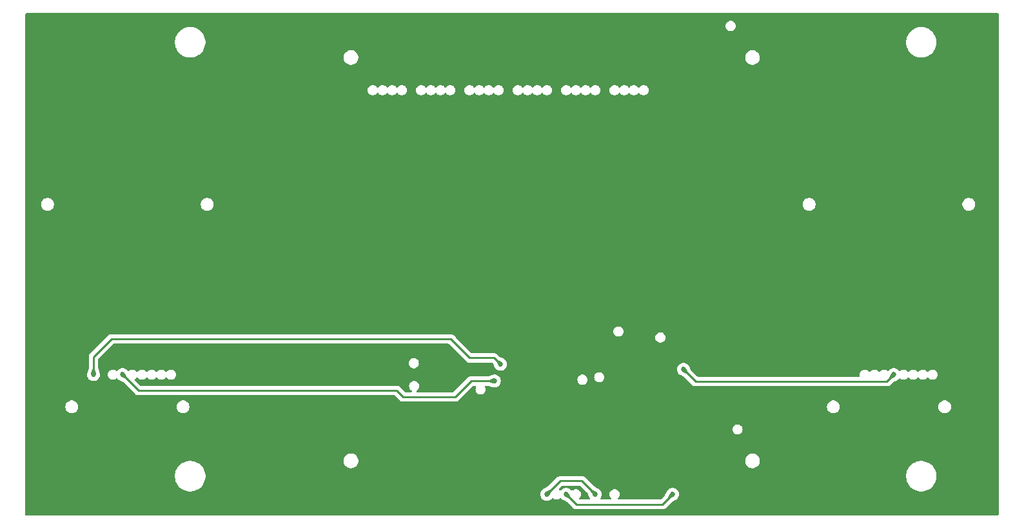
<source format=gbr>
%TF.GenerationSoftware,KiCad,Pcbnew,8.0.3-8.0.3-0~ubuntu24.04.1*%
%TF.CreationDate,2024-07-15T14:42:22+02:00*%
%TF.ProjectId,MainBoard,4d61696e-426f-4617-9264-2e6b69636164,rev?*%
%TF.SameCoordinates,Original*%
%TF.FileFunction,Copper,L2,Inr*%
%TF.FilePolarity,Positive*%
%FSLAX46Y46*%
G04 Gerber Fmt 4.6, Leading zero omitted, Abs format (unit mm)*
G04 Created by KiCad (PCBNEW 8.0.3-8.0.3-0~ubuntu24.04.1) date 2024-07-15 14:42:22*
%MOMM*%
%LPD*%
G01*
G04 APERTURE LIST*
%TA.AperFunction,ViaPad*%
%ADD10C,0.685800*%
%TD*%
%TA.AperFunction,Conductor*%
%ADD11C,0.254000*%
%TD*%
G04 APERTURE END LIST*
D10*
%TO.N,GND*%
X79450000Y-106600000D03*
X49785000Y-73000000D03*
X88355000Y-106600000D03*
X35200000Y-90874000D03*
X78195000Y-53500000D03*
X103595000Y-53500000D03*
X109945000Y-53500000D03*
X94705000Y-106600000D03*
X71845000Y-53500000D03*
X101055000Y-106600000D03*
X35180000Y-99874000D03*
X37740000Y-90874000D03*
X100600000Y-86500000D03*
X114100000Y-88075000D03*
X116295000Y-53500000D03*
X88950000Y-87275000D03*
X32005000Y-73000000D03*
X108675000Y-45050000D03*
X84545000Y-53500000D03*
X106135000Y-97750000D03*
X99400000Y-90600000D03*
X120740000Y-106600000D03*
X95975000Y-45050000D03*
X149785000Y-73000000D03*
X83275000Y-45050000D03*
X97245000Y-53500000D03*
X132005000Y-73000000D03*
X90895000Y-53500000D03*
X78750000Y-84875000D03*
X93000000Y-86500000D03*
X78600000Y-90800600D03*
X107405000Y-106600000D03*
X99775000Y-97600000D03*
X112275000Y-95375000D03*
X102325000Y-45050000D03*
X120740000Y-53500000D03*
X135180000Y-99875000D03*
X76925000Y-45050000D03*
X135200000Y-90875000D03*
%TO.N,/mosi*%
X112480000Y-106600000D03*
X98515000Y-106600000D03*
%TO.N,/sck*%
X95970000Y-106600000D03*
X102325000Y-106600000D03*
%TO.N,/vddpix_0*%
X113900000Y-90180400D03*
X141530000Y-90875000D03*
%TO.N,/vdd33_1*%
X40260000Y-90874000D03*
X89075000Y-91700000D03*
%TO.N,/vdd18_1*%
X36450000Y-90874000D03*
X89900000Y-89525000D03*
%TD*%
D11*
%TO.N,/mosi*%
X99840000Y-107925000D02*
X111155000Y-107925000D01*
X98515000Y-106600000D02*
X99840000Y-107925000D01*
X111155000Y-107925000D02*
X112480000Y-106600000D01*
%TO.N,/sck*%
X97720000Y-104850000D02*
X95970000Y-106600000D01*
X100575000Y-104850000D02*
X97720000Y-104850000D01*
X102325000Y-106600000D02*
X100575000Y-104850000D01*
%TO.N,/vddpix_0*%
X113905400Y-90180400D02*
X113900000Y-90180400D01*
X141530000Y-90875000D02*
X140630000Y-91775000D01*
X140630000Y-91775000D02*
X115500000Y-91775000D01*
X115500000Y-91775000D02*
X113905400Y-90180400D01*
%TO.N,/vdd33_1*%
X40260000Y-90874000D02*
X42336000Y-92950000D01*
X76275000Y-92950000D02*
X77125000Y-93800000D01*
X86025000Y-91700000D02*
X89075000Y-91700000D01*
X77125000Y-93800000D02*
X83925000Y-93800000D01*
X83925000Y-93800000D02*
X86025000Y-91700000D01*
X42336000Y-92950000D02*
X76275000Y-92950000D01*
%TO.N,/vdd18_1*%
X36450000Y-88525000D02*
X36450000Y-90874000D01*
X89900000Y-89525000D02*
X89050000Y-88675000D01*
X38800000Y-86175000D02*
X36450000Y-88525000D01*
X83350000Y-86175000D02*
X38800000Y-86175000D01*
X89050000Y-88675000D02*
X85850000Y-88675000D01*
X85850000Y-88675000D02*
X83350000Y-86175000D01*
%TD*%
%TA.AperFunction,Conductor*%
%TO.N,/mosi*%
G36*
X112173334Y-106472942D02*
G01*
X112476190Y-106597436D01*
X112482539Y-106603751D01*
X112482563Y-106603809D01*
X112607056Y-106906664D01*
X112607032Y-106915618D01*
X112601384Y-106921618D01*
X112092378Y-107171056D01*
X112083441Y-107171620D01*
X112078956Y-107168823D01*
X111911176Y-107001043D01*
X111907749Y-106992770D01*
X111908941Y-106987625D01*
X112158381Y-106478614D01*
X112165099Y-106472694D01*
X112173334Y-106472942D01*
G37*
%TD.AperFunction*%
%TD*%
%TA.AperFunction,Conductor*%
%TO.N,/vddpix_0*%
G36*
X141223334Y-90747942D02*
G01*
X141526190Y-90872436D01*
X141532539Y-90878751D01*
X141532563Y-90878809D01*
X141657056Y-91181664D01*
X141657032Y-91190618D01*
X141651384Y-91196618D01*
X141142378Y-91446056D01*
X141133441Y-91446620D01*
X141128956Y-91443823D01*
X140961176Y-91276043D01*
X140957749Y-91267770D01*
X140958941Y-91262625D01*
X141208381Y-90753614D01*
X141215099Y-90747694D01*
X141223334Y-90747942D01*
G37*
%TD.AperFunction*%
%TD*%
%TA.AperFunction,Conductor*%
%TO.N,/sck*%
G36*
X101937375Y-106028942D02*
G01*
X102394089Y-106252754D01*
X102446384Y-106278381D01*
X102452305Y-106285099D01*
X102452056Y-106293335D01*
X102327563Y-106596190D01*
X102321248Y-106602539D01*
X102321190Y-106602563D01*
X102018335Y-106727056D01*
X102009381Y-106727032D01*
X102003381Y-106721384D01*
X101942030Y-106596190D01*
X101753942Y-106212376D01*
X101753379Y-106203441D01*
X101756174Y-106198958D01*
X101923957Y-106031175D01*
X101932229Y-106027749D01*
X101937375Y-106028942D01*
G37*
%TD.AperFunction*%
%TD*%
%TA.AperFunction,Conductor*%
%TO.N,/vdd33_1*%
G36*
X40575618Y-90746967D02*
G01*
X40581618Y-90752615D01*
X40831056Y-91261621D01*
X40831620Y-91270558D01*
X40828823Y-91275043D01*
X40661043Y-91442823D01*
X40652770Y-91446250D01*
X40647621Y-91445056D01*
X40494529Y-91370033D01*
X40138615Y-91195618D01*
X40132694Y-91188900D01*
X40132942Y-91180665D01*
X40257437Y-90877807D01*
X40263750Y-90871460D01*
X40566665Y-90746943D01*
X40575618Y-90746967D01*
G37*
%TD.AperFunction*%
%TD*%
%TA.AperFunction,Conductor*%
%TO.N,/vdd33_1*%
G36*
X88942350Y-91387313D02*
G01*
X88947998Y-91393313D01*
X89074119Y-91695494D01*
X89074143Y-91704448D01*
X89074119Y-91704506D01*
X88947998Y-92006686D01*
X88941649Y-92013001D01*
X88933413Y-92013250D01*
X88397112Y-91829707D01*
X88390394Y-91823786D01*
X88389200Y-91818637D01*
X88389200Y-91581362D01*
X88392627Y-91573089D01*
X88397111Y-91570292D01*
X88933413Y-91386749D01*
X88942350Y-91387313D01*
G37*
%TD.AperFunction*%
%TD*%
%TA.AperFunction,Conductor*%
%TO.N,/sck*%
G36*
X96371043Y-106031176D02*
G01*
X96538823Y-106198956D01*
X96542250Y-106207229D01*
X96541056Y-106212378D01*
X96291618Y-106721384D01*
X96284900Y-106727305D01*
X96276664Y-106727056D01*
X95973809Y-106602563D01*
X95967460Y-106596248D01*
X95967436Y-106596190D01*
X95842943Y-106293335D01*
X95842967Y-106284381D01*
X95848614Y-106278381D01*
X96357623Y-106028942D01*
X96366558Y-106028379D01*
X96371043Y-106031176D01*
G37*
%TD.AperFunction*%
%TD*%
%TA.AperFunction,Conductor*%
%TO.N,/vdd18_1*%
G36*
X89512375Y-88953942D02*
G01*
X89969089Y-89177754D01*
X90021384Y-89203381D01*
X90027305Y-89210099D01*
X90027056Y-89218335D01*
X89902563Y-89521190D01*
X89896248Y-89527539D01*
X89896190Y-89527563D01*
X89593335Y-89652056D01*
X89584381Y-89652032D01*
X89578381Y-89646384D01*
X89517030Y-89521190D01*
X89328942Y-89137376D01*
X89328379Y-89128441D01*
X89331174Y-89123958D01*
X89498957Y-88956175D01*
X89507229Y-88952749D01*
X89512375Y-88953942D01*
G37*
%TD.AperFunction*%
%TD*%
%TA.AperFunction,Conductor*%
%TO.N,/vdd18_1*%
G36*
X36576911Y-90191627D02*
G01*
X36579708Y-90196112D01*
X36763250Y-90732413D01*
X36762686Y-90741350D01*
X36756686Y-90746998D01*
X36454506Y-90873119D01*
X36445552Y-90873143D01*
X36445494Y-90873119D01*
X36143313Y-90746998D01*
X36136998Y-90740649D01*
X36136749Y-90732413D01*
X36320292Y-90196112D01*
X36326213Y-90189394D01*
X36331362Y-90188200D01*
X36568638Y-90188200D01*
X36576911Y-90191627D01*
G37*
%TD.AperFunction*%
%TD*%
%TA.AperFunction,Conductor*%
%TO.N,/vddpix_0*%
G36*
X114215677Y-90053343D02*
G01*
X114221647Y-90058931D01*
X114473153Y-90564760D01*
X114473768Y-90573694D01*
X114470950Y-90578242D01*
X114303165Y-90746027D01*
X114294892Y-90749454D01*
X114289813Y-90748294D01*
X113778712Y-90501985D01*
X113772746Y-90495306D01*
X113772969Y-90487000D01*
X113897437Y-90184207D01*
X113903750Y-90177860D01*
X114206724Y-90053319D01*
X114215677Y-90053343D01*
G37*
%TD.AperFunction*%
%TD*%
%TA.AperFunction,Conductor*%
%TO.N,GND*%
G36*
X100330758Y-105497185D02*
G01*
X100351400Y-105513819D01*
X101311963Y-106474382D01*
X101335631Y-106507497D01*
X101481860Y-106805893D01*
X101481864Y-106805905D01*
X101533659Y-106911596D01*
X101549455Y-106943829D01*
X101567234Y-106976935D01*
X101567237Y-106976939D01*
X101568453Y-106978783D01*
X101577364Y-106991858D01*
X101629238Y-107081706D01*
X101638918Y-107098472D01*
X101640472Y-107100611D01*
X101640988Y-107102058D01*
X101642166Y-107104098D01*
X101641793Y-107104313D01*
X101663955Y-107166417D01*
X101648132Y-107234471D01*
X101598028Y-107283168D01*
X101540157Y-107297500D01*
X100328382Y-107297500D01*
X100261343Y-107277815D01*
X100215588Y-107225011D01*
X100205644Y-107155853D01*
X100234669Y-107092297D01*
X100246155Y-107080685D01*
X100286863Y-107044620D01*
X100286868Y-107044616D01*
X100378689Y-106911592D01*
X100436006Y-106760459D01*
X100455489Y-106600000D01*
X100436006Y-106439541D01*
X100378689Y-106288408D01*
X100378687Y-106288406D01*
X100378687Y-106288404D01*
X100378686Y-106288403D01*
X100286871Y-106155388D01*
X100286867Y-106155383D01*
X100233831Y-106108397D01*
X100165881Y-106048198D01*
X100022759Y-105973082D01*
X100022758Y-105973081D01*
X100022757Y-105973081D01*
X99865819Y-105934400D01*
X99704181Y-105934400D01*
X99547242Y-105973081D01*
X99404117Y-106048198D01*
X99356533Y-106090354D01*
X99293300Y-106120075D01*
X99224036Y-106110891D01*
X99182157Y-106080510D01*
X99082456Y-105969780D01*
X98954649Y-105876924D01*
X98939023Y-105865571D01*
X98939021Y-105865570D01*
X98939022Y-105865570D01*
X98777066Y-105793461D01*
X98777058Y-105793459D01*
X98603645Y-105756600D01*
X98426355Y-105756600D01*
X98252941Y-105793459D01*
X98252933Y-105793461D01*
X98090978Y-105865570D01*
X97947543Y-105969780D01*
X97847842Y-106080510D01*
X97788355Y-106117159D01*
X97718498Y-106115828D01*
X97673465Y-106090354D01*
X97625875Y-106048193D01*
X97620149Y-106044241D01*
X97576158Y-105989959D01*
X97568498Y-105920510D01*
X97599601Y-105857945D01*
X97602875Y-105854543D01*
X97943600Y-105513819D01*
X98004923Y-105480334D01*
X98031281Y-105477500D01*
X100263719Y-105477500D01*
X100330758Y-105497185D01*
G37*
%TD.AperFunction*%
%TA.AperFunction,Conductor*%
G36*
X155232539Y-43395185D02*
G01*
X155278294Y-43447989D01*
X155289500Y-43499500D01*
X155289500Y-109250500D01*
X155269815Y-109317539D01*
X155217011Y-109363294D01*
X155165500Y-109374500D01*
X27624500Y-109374500D01*
X27557461Y-109354815D01*
X27511706Y-109302011D01*
X27500500Y-109250500D01*
X27500500Y-106600000D01*
X95121954Y-106600000D01*
X95140486Y-106776320D01*
X95140487Y-106776322D01*
X95195271Y-106944933D01*
X95195272Y-106944934D01*
X95229615Y-107004417D01*
X95283916Y-107098469D01*
X95321197Y-107139874D01*
X95402543Y-107230219D01*
X95430973Y-107250874D01*
X95545977Y-107334429D01*
X95707933Y-107406538D01*
X95707936Y-107406538D01*
X95707939Y-107406540D01*
X95881355Y-107443400D01*
X96058645Y-107443400D01*
X96232061Y-107406540D01*
X96232064Y-107406538D01*
X96232066Y-107406538D01*
X96264869Y-107391932D01*
X96394023Y-107334429D01*
X96537454Y-107230221D01*
X96542468Y-107224653D01*
X96618803Y-107139874D01*
X96639376Y-107117024D01*
X96698862Y-107080376D01*
X96768719Y-107081706D01*
X96813753Y-107107182D01*
X96864117Y-107151801D01*
X96864119Y-107151802D01*
X97007241Y-107226918D01*
X97164181Y-107265600D01*
X97325819Y-107265600D01*
X97482759Y-107226918D01*
X97625881Y-107151802D01*
X97673465Y-107109645D01*
X97736697Y-107079925D01*
X97805961Y-107089107D01*
X97847842Y-107119489D01*
X97947543Y-107230219D01*
X98090980Y-107334431D01*
X98138110Y-107355414D01*
X98157527Y-107366240D01*
X98171170Y-107375543D01*
X98171173Y-107375544D01*
X98171174Y-107375545D01*
X98495207Y-107534337D01*
X98495211Y-107534340D01*
X98527082Y-107549958D01*
X98607502Y-107589368D01*
X98640616Y-107613035D01*
X99352589Y-108325008D01*
X99439992Y-108412411D01*
X99439994Y-108412413D01*
X99439997Y-108412414D01*
X99542767Y-108481083D01*
X99576215Y-108494937D01*
X99656965Y-108528386D01*
X99778192Y-108552499D01*
X99778196Y-108552500D01*
X99778197Y-108552500D01*
X111216804Y-108552500D01*
X111216805Y-108552499D01*
X111338035Y-108528386D01*
X111418784Y-108494937D01*
X111452233Y-108481083D01*
X111555008Y-108412411D01*
X111642411Y-108325008D01*
X112354387Y-107613030D01*
X112387495Y-107589367D01*
X112823830Y-107375543D01*
X112856935Y-107357765D01*
X112856944Y-107357757D01*
X112859488Y-107356081D01*
X112877318Y-107346318D01*
X112904023Y-107334429D01*
X113047454Y-107230221D01*
X113052468Y-107224653D01*
X113104903Y-107166417D01*
X113166084Y-107098469D01*
X113254729Y-106944931D01*
X113309514Y-106776319D01*
X113328046Y-106600000D01*
X113309514Y-106423681D01*
X113254729Y-106255069D01*
X113254728Y-106255068D01*
X113254728Y-106255066D01*
X113254727Y-106255065D01*
X113176790Y-106120075D01*
X113166084Y-106101531D01*
X113081910Y-106008046D01*
X113047456Y-105969780D01*
X112919649Y-105876924D01*
X112904023Y-105865571D01*
X112904021Y-105865570D01*
X112904022Y-105865570D01*
X112742066Y-105793461D01*
X112742058Y-105793459D01*
X112568645Y-105756600D01*
X112391355Y-105756600D01*
X112217941Y-105793459D01*
X112217933Y-105793461D01*
X112055978Y-105865570D01*
X111912543Y-105969780D01*
X111793916Y-106101530D01*
X111707933Y-106250456D01*
X111705844Y-106253782D01*
X111704461Y-106256160D01*
X111704458Y-106256165D01*
X111704456Y-106256169D01*
X111622369Y-106423677D01*
X111490631Y-106692502D01*
X111466963Y-106725616D01*
X110931400Y-107261181D01*
X110870077Y-107294666D01*
X110843719Y-107297500D01*
X105408382Y-107297500D01*
X105341343Y-107277815D01*
X105295588Y-107225011D01*
X105285644Y-107155853D01*
X105314669Y-107092297D01*
X105326155Y-107080685D01*
X105366863Y-107044620D01*
X105366868Y-107044616D01*
X105458689Y-106911592D01*
X105516006Y-106760459D01*
X105535489Y-106600000D01*
X105516006Y-106439541D01*
X105458689Y-106288408D01*
X105458687Y-106288406D01*
X105458687Y-106288404D01*
X105458686Y-106288403D01*
X105366871Y-106155388D01*
X105366867Y-106155383D01*
X105313831Y-106108397D01*
X105245881Y-106048198D01*
X105102759Y-105973082D01*
X105102758Y-105973081D01*
X105102757Y-105973081D01*
X104945819Y-105934400D01*
X104784181Y-105934400D01*
X104627242Y-105973081D01*
X104484120Y-106048197D01*
X104363132Y-106155383D01*
X104363128Y-106155388D01*
X104271313Y-106288403D01*
X104271312Y-106288404D01*
X104213994Y-106439540D01*
X104194511Y-106599999D01*
X104194511Y-106600000D01*
X104213994Y-106760459D01*
X104271312Y-106911595D01*
X104271313Y-106911596D01*
X104363128Y-107044611D01*
X104363136Y-107044620D01*
X104403845Y-107080685D01*
X104440972Y-107139874D01*
X104440204Y-107209740D01*
X104401786Y-107268099D01*
X104337916Y-107296424D01*
X104321618Y-107297500D01*
X103109843Y-107297500D01*
X103042804Y-107277815D01*
X102997049Y-107225011D01*
X102987105Y-107155853D01*
X103008060Y-107104227D01*
X103007835Y-107104097D01*
X103008771Y-107102475D01*
X103009528Y-107100611D01*
X103011084Y-107098469D01*
X103077268Y-106983834D01*
X103099729Y-106944931D01*
X103154514Y-106776319D01*
X103173046Y-106600000D01*
X103154514Y-106423681D01*
X103099729Y-106255069D01*
X103099728Y-106255068D01*
X103099728Y-106255066D01*
X103099727Y-106255065D01*
X103021790Y-106120075D01*
X103011084Y-106101531D01*
X102926910Y-106008046D01*
X102892456Y-105969780D01*
X102764649Y-105876924D01*
X102749023Y-105865571D01*
X102749021Y-105865570D01*
X102701890Y-105844585D01*
X102682470Y-105833756D01*
X102668833Y-105824457D01*
X102668828Y-105824454D01*
X102603802Y-105792588D01*
X102603791Y-105792584D01*
X102530361Y-105756600D01*
X102232499Y-105610633D01*
X102199384Y-105586965D01*
X100975013Y-104362593D01*
X100975009Y-104362590D01*
X100975008Y-104362589D01*
X100942877Y-104341120D01*
X100942875Y-104341118D01*
X100872239Y-104293920D01*
X100872226Y-104293913D01*
X100838785Y-104280062D01*
X100758035Y-104246614D01*
X100758027Y-104246612D01*
X100636807Y-104222500D01*
X100636803Y-104222500D01*
X97781803Y-104222500D01*
X97658197Y-104222500D01*
X97658192Y-104222500D01*
X97536973Y-104246611D01*
X97536973Y-104246612D01*
X97536970Y-104246613D01*
X97536966Y-104246614D01*
X97470070Y-104274323D01*
X97470068Y-104274323D01*
X97422770Y-104293915D01*
X97352124Y-104341118D01*
X97352123Y-104341120D01*
X97320825Y-104362031D01*
X97319986Y-104362593D01*
X96095616Y-105586963D01*
X96062501Y-105610631D01*
X95626165Y-105824457D01*
X95593022Y-105842257D01*
X95590463Y-105843945D01*
X95572659Y-105853690D01*
X95545980Y-105865568D01*
X95402543Y-105969780D01*
X95283915Y-106101532D01*
X95195272Y-106255065D01*
X95195271Y-106255066D01*
X95140487Y-106423677D01*
X95140486Y-106423679D01*
X95121954Y-106600000D01*
X27500500Y-106600000D01*
X27500500Y-104078872D01*
X47139500Y-104078872D01*
X47139500Y-104078880D01*
X47139500Y-104341120D01*
X47173730Y-104601116D01*
X47241602Y-104854418D01*
X47241605Y-104854428D01*
X47341953Y-105096690D01*
X47341958Y-105096700D01*
X47473075Y-105323803D01*
X47632718Y-105531851D01*
X47632726Y-105531860D01*
X47818140Y-105717274D01*
X47818148Y-105717281D01*
X48026196Y-105876924D01*
X48253299Y-106008041D01*
X48253309Y-106008046D01*
X48479005Y-106101532D01*
X48495581Y-106108398D01*
X48748884Y-106176270D01*
X49008880Y-106210500D01*
X49008887Y-106210500D01*
X49271113Y-106210500D01*
X49271120Y-106210500D01*
X49531116Y-106176270D01*
X49784419Y-106108398D01*
X50026697Y-106008043D01*
X50253803Y-105876924D01*
X50461851Y-105717282D01*
X50461855Y-105717277D01*
X50461860Y-105717274D01*
X50647274Y-105531860D01*
X50647277Y-105531855D01*
X50647282Y-105531851D01*
X50806924Y-105323803D01*
X50938043Y-105096697D01*
X51038398Y-104854419D01*
X51106270Y-104601116D01*
X51140500Y-104341120D01*
X51140500Y-104078880D01*
X51140499Y-104078872D01*
X143139500Y-104078872D01*
X143139500Y-104078880D01*
X143139500Y-104341120D01*
X143173730Y-104601116D01*
X143241602Y-104854418D01*
X143241605Y-104854428D01*
X143341953Y-105096690D01*
X143341958Y-105096700D01*
X143473075Y-105323803D01*
X143632718Y-105531851D01*
X143632726Y-105531860D01*
X143818140Y-105717274D01*
X143818148Y-105717281D01*
X144026196Y-105876924D01*
X144253299Y-106008041D01*
X144253309Y-106008046D01*
X144479005Y-106101532D01*
X144495581Y-106108398D01*
X144748884Y-106176270D01*
X145008880Y-106210500D01*
X145008887Y-106210500D01*
X145271113Y-106210500D01*
X145271120Y-106210500D01*
X145531116Y-106176270D01*
X145784419Y-106108398D01*
X146026697Y-106008043D01*
X146253803Y-105876924D01*
X146461851Y-105717282D01*
X146461855Y-105717277D01*
X146461860Y-105717274D01*
X146647274Y-105531860D01*
X146647277Y-105531855D01*
X146647282Y-105531851D01*
X146806924Y-105323803D01*
X146938043Y-105096697D01*
X147038398Y-104854419D01*
X147106270Y-104601116D01*
X147140500Y-104341120D01*
X147140500Y-104078880D01*
X147106270Y-103818884D01*
X147038398Y-103565581D01*
X147038394Y-103565571D01*
X146938046Y-103323309D01*
X146938041Y-103323299D01*
X146806924Y-103096196D01*
X146647281Y-102888148D01*
X146647274Y-102888140D01*
X146461860Y-102702726D01*
X146461851Y-102702718D01*
X146253803Y-102543075D01*
X146026700Y-102411958D01*
X146026690Y-102411953D01*
X145784428Y-102311605D01*
X145784421Y-102311603D01*
X145784419Y-102311602D01*
X145531116Y-102243730D01*
X145473339Y-102236123D01*
X145271127Y-102209500D01*
X145271120Y-102209500D01*
X145008880Y-102209500D01*
X145008872Y-102209500D01*
X144777772Y-102239926D01*
X144748884Y-102243730D01*
X144521709Y-102304601D01*
X144495581Y-102311602D01*
X144495571Y-102311605D01*
X144253309Y-102411953D01*
X144253299Y-102411958D01*
X144026196Y-102543075D01*
X143818148Y-102702718D01*
X143632718Y-102888148D01*
X143473075Y-103096196D01*
X143341958Y-103323299D01*
X143341953Y-103323309D01*
X143241605Y-103565571D01*
X143241602Y-103565581D01*
X143173730Y-103818885D01*
X143139500Y-104078872D01*
X51140499Y-104078872D01*
X51106270Y-103818884D01*
X51038398Y-103565581D01*
X51038394Y-103565571D01*
X50938046Y-103323309D01*
X50938041Y-103323299D01*
X50806924Y-103096196D01*
X50647281Y-102888148D01*
X50647274Y-102888140D01*
X50461860Y-102702726D01*
X50461851Y-102702718D01*
X50253803Y-102543075D01*
X50026700Y-102411958D01*
X50026690Y-102411953D01*
X49784428Y-102311605D01*
X49784421Y-102311603D01*
X49784419Y-102311602D01*
X49758298Y-102304603D01*
X69294499Y-102304603D01*
X69331410Y-102490161D01*
X69331413Y-102490171D01*
X69403814Y-102664965D01*
X69403816Y-102664968D01*
X69508927Y-102822278D01*
X69508933Y-102822286D01*
X69642713Y-102956066D01*
X69642721Y-102956072D01*
X69800031Y-103061183D01*
X69800034Y-103061185D01*
X69884562Y-103096197D01*
X69974833Y-103133588D01*
X69974837Y-103133588D01*
X69974838Y-103133589D01*
X70160396Y-103170500D01*
X70160399Y-103170500D01*
X70349603Y-103170500D01*
X70474442Y-103145667D01*
X70535167Y-103133588D01*
X70709967Y-103061184D01*
X70867283Y-102956069D01*
X71001069Y-102822283D01*
X71106184Y-102664967D01*
X71178588Y-102490167D01*
X71214107Y-102311605D01*
X71215500Y-102304603D01*
X122004499Y-102304603D01*
X122041410Y-102490161D01*
X122041413Y-102490171D01*
X122113814Y-102664965D01*
X122113816Y-102664968D01*
X122218927Y-102822278D01*
X122218933Y-102822286D01*
X122352713Y-102956066D01*
X122352721Y-102956072D01*
X122510031Y-103061183D01*
X122510034Y-103061185D01*
X122594562Y-103096197D01*
X122684833Y-103133588D01*
X122684837Y-103133588D01*
X122684838Y-103133589D01*
X122870396Y-103170500D01*
X122870399Y-103170500D01*
X123059603Y-103170500D01*
X123184442Y-103145667D01*
X123245167Y-103133588D01*
X123419967Y-103061184D01*
X123577283Y-102956069D01*
X123711069Y-102822283D01*
X123816184Y-102664967D01*
X123888588Y-102490167D01*
X123924107Y-102311605D01*
X123925500Y-102304603D01*
X123925500Y-102115396D01*
X123888589Y-101929838D01*
X123888588Y-101929837D01*
X123888588Y-101929833D01*
X123888586Y-101929828D01*
X123816185Y-101755034D01*
X123816183Y-101755031D01*
X123711072Y-101597721D01*
X123711066Y-101597713D01*
X123577286Y-101463933D01*
X123577278Y-101463927D01*
X123419968Y-101358816D01*
X123419965Y-101358814D01*
X123245171Y-101286413D01*
X123245161Y-101286410D01*
X123059603Y-101249500D01*
X123059601Y-101249500D01*
X122870399Y-101249500D01*
X122870397Y-101249500D01*
X122684838Y-101286410D01*
X122684828Y-101286413D01*
X122510034Y-101358814D01*
X122510031Y-101358816D01*
X122352721Y-101463927D01*
X122352713Y-101463933D01*
X122218933Y-101597713D01*
X122218927Y-101597721D01*
X122113816Y-101755031D01*
X122113814Y-101755034D01*
X122041413Y-101929828D01*
X122041410Y-101929838D01*
X122004500Y-102115396D01*
X122004500Y-102115399D01*
X122004500Y-102304601D01*
X122004500Y-102304603D01*
X122004499Y-102304603D01*
X71215500Y-102304603D01*
X71215500Y-102115396D01*
X71178589Y-101929838D01*
X71178588Y-101929837D01*
X71178588Y-101929833D01*
X71178586Y-101929828D01*
X71106185Y-101755034D01*
X71106183Y-101755031D01*
X71001072Y-101597721D01*
X71001066Y-101597713D01*
X70867286Y-101463933D01*
X70867278Y-101463927D01*
X70709968Y-101358816D01*
X70709965Y-101358814D01*
X70535171Y-101286413D01*
X70535161Y-101286410D01*
X70349603Y-101249500D01*
X70349601Y-101249500D01*
X70160399Y-101249500D01*
X70160397Y-101249500D01*
X69974838Y-101286410D01*
X69974828Y-101286413D01*
X69800034Y-101358814D01*
X69800031Y-101358816D01*
X69642721Y-101463927D01*
X69642713Y-101463933D01*
X69508933Y-101597713D01*
X69508927Y-101597721D01*
X69403816Y-101755031D01*
X69403814Y-101755034D01*
X69331413Y-101929828D01*
X69331410Y-101929838D01*
X69294500Y-102115396D01*
X69294500Y-102115399D01*
X69294500Y-102304601D01*
X69294500Y-102304603D01*
X69294499Y-102304603D01*
X49758298Y-102304603D01*
X49531116Y-102243730D01*
X49473339Y-102236123D01*
X49271127Y-102209500D01*
X49271120Y-102209500D01*
X49008880Y-102209500D01*
X49008872Y-102209500D01*
X48777772Y-102239926D01*
X48748884Y-102243730D01*
X48521709Y-102304601D01*
X48495581Y-102311602D01*
X48495571Y-102311605D01*
X48253309Y-102411953D01*
X48253299Y-102411958D01*
X48026196Y-102543075D01*
X47818148Y-102702718D01*
X47632718Y-102888148D01*
X47473075Y-103096196D01*
X47341958Y-103323299D01*
X47341953Y-103323309D01*
X47241605Y-103565571D01*
X47241602Y-103565581D01*
X47173730Y-103818885D01*
X47139500Y-104078872D01*
X27500500Y-104078872D01*
X27500500Y-98074999D01*
X120329511Y-98074999D01*
X120329511Y-98075000D01*
X120348994Y-98235459D01*
X120406312Y-98386595D01*
X120406313Y-98386596D01*
X120498128Y-98519611D01*
X120498132Y-98519616D01*
X120619119Y-98626802D01*
X120762241Y-98701918D01*
X120919181Y-98740600D01*
X121080819Y-98740600D01*
X121237759Y-98701918D01*
X121380881Y-98626802D01*
X121501868Y-98519616D01*
X121593689Y-98386592D01*
X121651006Y-98235459D01*
X121670489Y-98075000D01*
X121651006Y-97914541D01*
X121593689Y-97763408D01*
X121593687Y-97763406D01*
X121593687Y-97763404D01*
X121593686Y-97763403D01*
X121501871Y-97630388D01*
X121501867Y-97630383D01*
X121486288Y-97616582D01*
X121380881Y-97523198D01*
X121237759Y-97448082D01*
X121237758Y-97448081D01*
X121237757Y-97448081D01*
X121080819Y-97409400D01*
X120919181Y-97409400D01*
X120762242Y-97448081D01*
X120619120Y-97523197D01*
X120498132Y-97630383D01*
X120498128Y-97630388D01*
X120406313Y-97763403D01*
X120406312Y-97763404D01*
X120348994Y-97914540D01*
X120329511Y-98074999D01*
X27500500Y-98074999D01*
X27500500Y-95026721D01*
X32744500Y-95026721D01*
X32744500Y-95193278D01*
X32776990Y-95356615D01*
X32776992Y-95356623D01*
X32840728Y-95510495D01*
X32840728Y-95510496D01*
X32933255Y-95648973D01*
X32933261Y-95648980D01*
X33051019Y-95766738D01*
X33051026Y-95766744D01*
X33189504Y-95859271D01*
X33189505Y-95859271D01*
X33189506Y-95859272D01*
X33343377Y-95923008D01*
X33506721Y-95955499D01*
X33506725Y-95955500D01*
X33506726Y-95955500D01*
X33673275Y-95955500D01*
X33673276Y-95955499D01*
X33836623Y-95923008D01*
X33990494Y-95859272D01*
X33990495Y-95859271D01*
X33990496Y-95859271D01*
X34059734Y-95813007D01*
X34128975Y-95766743D01*
X34246743Y-95648975D01*
X34339272Y-95510494D01*
X34403008Y-95356623D01*
X34435500Y-95193274D01*
X34435500Y-95026726D01*
X34435499Y-95026721D01*
X47354500Y-95026721D01*
X47354500Y-95193278D01*
X47386990Y-95356615D01*
X47386992Y-95356623D01*
X47450728Y-95510495D01*
X47450728Y-95510496D01*
X47543255Y-95648973D01*
X47543261Y-95648980D01*
X47661019Y-95766738D01*
X47661026Y-95766744D01*
X47799504Y-95859271D01*
X47799505Y-95859271D01*
X47799506Y-95859272D01*
X47953377Y-95923008D01*
X48116721Y-95955499D01*
X48116725Y-95955500D01*
X48116726Y-95955500D01*
X48283275Y-95955500D01*
X48283276Y-95955499D01*
X48446623Y-95923008D01*
X48600494Y-95859272D01*
X48600495Y-95859271D01*
X48600496Y-95859271D01*
X48669734Y-95813007D01*
X48738975Y-95766743D01*
X48856743Y-95648975D01*
X48949272Y-95510494D01*
X49013008Y-95356623D01*
X49045500Y-95193274D01*
X49045500Y-95026726D01*
X49045499Y-95026721D01*
X132744500Y-95026721D01*
X132744500Y-95193278D01*
X132776990Y-95356615D01*
X132776992Y-95356623D01*
X132840728Y-95510495D01*
X132840728Y-95510496D01*
X132933255Y-95648973D01*
X132933261Y-95648980D01*
X133051019Y-95766738D01*
X133051026Y-95766744D01*
X133189504Y-95859271D01*
X133189505Y-95859271D01*
X133189506Y-95859272D01*
X133343377Y-95923008D01*
X133506721Y-95955499D01*
X133506725Y-95955500D01*
X133506726Y-95955500D01*
X133673275Y-95955500D01*
X133673276Y-95955499D01*
X133836623Y-95923008D01*
X133990494Y-95859272D01*
X133990495Y-95859271D01*
X133990496Y-95859271D01*
X134059734Y-95813007D01*
X134128975Y-95766743D01*
X134246743Y-95648975D01*
X134339272Y-95510494D01*
X134403008Y-95356623D01*
X134435500Y-95193274D01*
X134435500Y-95026726D01*
X134435499Y-95026721D01*
X147354500Y-95026721D01*
X147354500Y-95193278D01*
X147386990Y-95356615D01*
X147386992Y-95356623D01*
X147450728Y-95510495D01*
X147450728Y-95510496D01*
X147543255Y-95648973D01*
X147543261Y-95648980D01*
X147661019Y-95766738D01*
X147661026Y-95766744D01*
X147799504Y-95859271D01*
X147799505Y-95859271D01*
X147799506Y-95859272D01*
X147953377Y-95923008D01*
X148116721Y-95955499D01*
X148116725Y-95955500D01*
X148116726Y-95955500D01*
X148283275Y-95955500D01*
X148283276Y-95955499D01*
X148446623Y-95923008D01*
X148600494Y-95859272D01*
X148600495Y-95859271D01*
X148600496Y-95859271D01*
X148669734Y-95813007D01*
X148738975Y-95766743D01*
X148856743Y-95648975D01*
X148949272Y-95510494D01*
X149013008Y-95356623D01*
X149045500Y-95193274D01*
X149045500Y-95026726D01*
X149013008Y-94863377D01*
X148949272Y-94709506D01*
X148949271Y-94709504D01*
X148949271Y-94709503D01*
X148856744Y-94571026D01*
X148856738Y-94571019D01*
X148738980Y-94453261D01*
X148738973Y-94453255D01*
X148600495Y-94360728D01*
X148446623Y-94296992D01*
X148446615Y-94296990D01*
X148283278Y-94264500D01*
X148283274Y-94264500D01*
X148116726Y-94264500D01*
X148116721Y-94264500D01*
X147953384Y-94296990D01*
X147953376Y-94296992D01*
X147799504Y-94360728D01*
X147799503Y-94360728D01*
X147661026Y-94453255D01*
X147661019Y-94453261D01*
X147543261Y-94571019D01*
X147543255Y-94571026D01*
X147450728Y-94709503D01*
X147450728Y-94709504D01*
X147386992Y-94863376D01*
X147386990Y-94863384D01*
X147354500Y-95026721D01*
X134435499Y-95026721D01*
X134403008Y-94863377D01*
X134339272Y-94709506D01*
X134339271Y-94709504D01*
X134339271Y-94709503D01*
X134246744Y-94571026D01*
X134246738Y-94571019D01*
X134128980Y-94453261D01*
X134128973Y-94453255D01*
X133990495Y-94360728D01*
X133836623Y-94296992D01*
X133836615Y-94296990D01*
X133673278Y-94264500D01*
X133673274Y-94264500D01*
X133506726Y-94264500D01*
X133506721Y-94264500D01*
X133343384Y-94296990D01*
X133343376Y-94296992D01*
X133189504Y-94360728D01*
X133189503Y-94360728D01*
X133051026Y-94453255D01*
X133051019Y-94453261D01*
X132933261Y-94571019D01*
X132933255Y-94571026D01*
X132840728Y-94709503D01*
X132840728Y-94709504D01*
X132776992Y-94863376D01*
X132776990Y-94863384D01*
X132744500Y-95026721D01*
X49045499Y-95026721D01*
X49013008Y-94863377D01*
X48949272Y-94709506D01*
X48949271Y-94709504D01*
X48949271Y-94709503D01*
X48856744Y-94571026D01*
X48856738Y-94571019D01*
X48738980Y-94453261D01*
X48738973Y-94453255D01*
X48600495Y-94360728D01*
X48446623Y-94296992D01*
X48446615Y-94296990D01*
X48283278Y-94264500D01*
X48283274Y-94264500D01*
X48116726Y-94264500D01*
X48116721Y-94264500D01*
X47953384Y-94296990D01*
X47953376Y-94296992D01*
X47799504Y-94360728D01*
X47799503Y-94360728D01*
X47661026Y-94453255D01*
X47661019Y-94453261D01*
X47543261Y-94571019D01*
X47543255Y-94571026D01*
X47450728Y-94709503D01*
X47450728Y-94709504D01*
X47386992Y-94863376D01*
X47386990Y-94863384D01*
X47354500Y-95026721D01*
X34435499Y-95026721D01*
X34403008Y-94863377D01*
X34339272Y-94709506D01*
X34339271Y-94709504D01*
X34339271Y-94709503D01*
X34246744Y-94571026D01*
X34246738Y-94571019D01*
X34128980Y-94453261D01*
X34128973Y-94453255D01*
X33990495Y-94360728D01*
X33836623Y-94296992D01*
X33836615Y-94296990D01*
X33673278Y-94264500D01*
X33673274Y-94264500D01*
X33506726Y-94264500D01*
X33506721Y-94264500D01*
X33343384Y-94296990D01*
X33343376Y-94296992D01*
X33189504Y-94360728D01*
X33189503Y-94360728D01*
X33051026Y-94453255D01*
X33051019Y-94453261D01*
X32933261Y-94571019D01*
X32933255Y-94571026D01*
X32840728Y-94709503D01*
X32840728Y-94709504D01*
X32776992Y-94863376D01*
X32776990Y-94863384D01*
X32744500Y-95026721D01*
X27500500Y-95026721D01*
X27500500Y-90874000D01*
X35601954Y-90874000D01*
X35620486Y-91050320D01*
X35620487Y-91050322D01*
X35675271Y-91218933D01*
X35675272Y-91218934D01*
X35733401Y-91319616D01*
X35763916Y-91372469D01*
X35783743Y-91394489D01*
X35882543Y-91504219D01*
X35883922Y-91505221D01*
X36025977Y-91608429D01*
X36187933Y-91680538D01*
X36187936Y-91680538D01*
X36187939Y-91680540D01*
X36361355Y-91717400D01*
X36538645Y-91717400D01*
X36712061Y-91680540D01*
X36712064Y-91680538D01*
X36712066Y-91680538D01*
X36744869Y-91665932D01*
X36874023Y-91608429D01*
X37017454Y-91504221D01*
X37022468Y-91498653D01*
X37033471Y-91486432D01*
X37136084Y-91372469D01*
X37224729Y-91218931D01*
X37279514Y-91050319D01*
X37298046Y-90874000D01*
X37298046Y-90873999D01*
X38319511Y-90873999D01*
X38319511Y-90874000D01*
X38338994Y-91034459D01*
X38396312Y-91185595D01*
X38396313Y-91185596D01*
X38488128Y-91318611D01*
X38488130Y-91318613D01*
X38488132Y-91318616D01*
X38609119Y-91425802D01*
X38752241Y-91500918D01*
X38909181Y-91539600D01*
X39070819Y-91539600D01*
X39227759Y-91500918D01*
X39370881Y-91425802D01*
X39418465Y-91383645D01*
X39481697Y-91353925D01*
X39550961Y-91363107D01*
X39592842Y-91393489D01*
X39692543Y-91504219D01*
X39835980Y-91608431D01*
X39883110Y-91629414D01*
X39902527Y-91640240D01*
X39916170Y-91649543D01*
X39916173Y-91649544D01*
X39916174Y-91649545D01*
X40240207Y-91808337D01*
X40240211Y-91808340D01*
X40272082Y-91823958D01*
X40352502Y-91863368D01*
X40385616Y-91887035D01*
X41935988Y-93437408D01*
X41935992Y-93437411D01*
X42038760Y-93506079D01*
X42038773Y-93506086D01*
X42152960Y-93553383D01*
X42152965Y-93553385D01*
X42152969Y-93553385D01*
X42152970Y-93553386D01*
X42274193Y-93577500D01*
X42274196Y-93577500D01*
X42274197Y-93577500D01*
X75963719Y-93577500D01*
X76030758Y-93597185D01*
X76051400Y-93613819D01*
X76637589Y-94200008D01*
X76702081Y-94264500D01*
X76724994Y-94287413D01*
X76724996Y-94287414D01*
X76827756Y-94356076D01*
X76827758Y-94356077D01*
X76827767Y-94356083D01*
X76852772Y-94366440D01*
X76875071Y-94375677D01*
X76917254Y-94393149D01*
X76941966Y-94403386D01*
X77063192Y-94427499D01*
X77063196Y-94427500D01*
X77063197Y-94427500D01*
X83986804Y-94427500D01*
X83986805Y-94427499D01*
X84108035Y-94403386D01*
X84188784Y-94369937D01*
X84222233Y-94356083D01*
X84325008Y-94287411D01*
X84412411Y-94200008D01*
X86248600Y-92363819D01*
X86309923Y-92330334D01*
X86336281Y-92327500D01*
X86568962Y-92327500D01*
X86636001Y-92347185D01*
X86681756Y-92399989D01*
X86691700Y-92469147D01*
X86678760Y-92509123D01*
X86676511Y-92513407D01*
X86619194Y-92664540D01*
X86599711Y-92824999D01*
X86599711Y-92825000D01*
X86619194Y-92985459D01*
X86676512Y-93136595D01*
X86676513Y-93136596D01*
X86768328Y-93269611D01*
X86768332Y-93269616D01*
X86889319Y-93376802D01*
X87032441Y-93451918D01*
X87189381Y-93490600D01*
X87351019Y-93490600D01*
X87507959Y-93451918D01*
X87651081Y-93376802D01*
X87772068Y-93269616D01*
X87863889Y-93136592D01*
X87921206Y-92985459D01*
X87940689Y-92825000D01*
X87921206Y-92664541D01*
X87863889Y-92513408D01*
X87863887Y-92513405D01*
X87861640Y-92509123D01*
X87847917Y-92440614D01*
X87873411Y-92375562D01*
X87930028Y-92334619D01*
X87971438Y-92327500D01*
X88269856Y-92327500D01*
X88310006Y-92334179D01*
X88769732Y-92491516D01*
X88791480Y-92498066D01*
X88806146Y-92503515D01*
X88812939Y-92506540D01*
X88812940Y-92506540D01*
X88812942Y-92506541D01*
X88867590Y-92518156D01*
X88986355Y-92543400D01*
X89163645Y-92543400D01*
X89337061Y-92506540D01*
X89337064Y-92506538D01*
X89337066Y-92506538D01*
X89370805Y-92491516D01*
X89499023Y-92434429D01*
X89642454Y-92330221D01*
X89761084Y-92198469D01*
X89849729Y-92044931D01*
X89904514Y-91876319D01*
X89923046Y-91700000D01*
X89905966Y-91537499D01*
X99979511Y-91537499D01*
X99979511Y-91537500D01*
X99998994Y-91697959D01*
X100056312Y-91849095D01*
X100056313Y-91849096D01*
X100148128Y-91982111D01*
X100148132Y-91982116D01*
X100269119Y-92089302D01*
X100412241Y-92164418D01*
X100569181Y-92203100D01*
X100730819Y-92203100D01*
X100887759Y-92164418D01*
X101030881Y-92089302D01*
X101151868Y-91982116D01*
X101243689Y-91849092D01*
X101301006Y-91697959D01*
X101320489Y-91537500D01*
X101301006Y-91377041D01*
X101243689Y-91225908D01*
X101243687Y-91225906D01*
X101243687Y-91225904D01*
X101243686Y-91225903D01*
X101236159Y-91214999D01*
X102189511Y-91214999D01*
X102189511Y-91215000D01*
X102208994Y-91375459D01*
X102266312Y-91526595D01*
X102266313Y-91526596D01*
X102358128Y-91659611D01*
X102358132Y-91659616D01*
X102479119Y-91766802D01*
X102622241Y-91841918D01*
X102779181Y-91880600D01*
X102940819Y-91880600D01*
X103097759Y-91841918D01*
X103240881Y-91766802D01*
X103361868Y-91659616D01*
X103453689Y-91526592D01*
X103511006Y-91375459D01*
X103530489Y-91215000D01*
X103530196Y-91212591D01*
X103521858Y-91143917D01*
X103511006Y-91054541D01*
X103453689Y-90903408D01*
X103453687Y-90903406D01*
X103453687Y-90903404D01*
X103453686Y-90903403D01*
X103361871Y-90770388D01*
X103361867Y-90770383D01*
X103346288Y-90756582D01*
X103240881Y-90663198D01*
X103097759Y-90588082D01*
X103097758Y-90588081D01*
X103097757Y-90588081D01*
X102940819Y-90549400D01*
X102779181Y-90549400D01*
X102622242Y-90588081D01*
X102479120Y-90663197D01*
X102358132Y-90770383D01*
X102358128Y-90770388D01*
X102266313Y-90903403D01*
X102266312Y-90903404D01*
X102208994Y-91054540D01*
X102189511Y-91214999D01*
X101236159Y-91214999D01*
X101151871Y-91092888D01*
X101151867Y-91092883D01*
X101103826Y-91050322D01*
X101030881Y-90985698D01*
X100887759Y-90910582D01*
X100887758Y-90910581D01*
X100887757Y-90910581D01*
X100730819Y-90871900D01*
X100569181Y-90871900D01*
X100412242Y-90910581D01*
X100269120Y-90985697D01*
X100148132Y-91092883D01*
X100148128Y-91092888D01*
X100056313Y-91225903D01*
X100056312Y-91225904D01*
X99998994Y-91377040D01*
X99979511Y-91537499D01*
X89905966Y-91537499D01*
X89904514Y-91523681D01*
X89849729Y-91355069D01*
X89849728Y-91355068D01*
X89849728Y-91355066D01*
X89849727Y-91355065D01*
X89761084Y-91201531D01*
X89642456Y-91069780D01*
X89558184Y-91008554D01*
X89499023Y-90965571D01*
X89499021Y-90965570D01*
X89499022Y-90965570D01*
X89337066Y-90893461D01*
X89337058Y-90893459D01*
X89163645Y-90856600D01*
X88986355Y-90856600D01*
X88812941Y-90893459D01*
X88812928Y-90893463D01*
X88799378Y-90899496D01*
X88772013Y-90908051D01*
X88769739Y-90908481D01*
X88769734Y-90908482D01*
X88769732Y-90908483D01*
X88310003Y-91065820D01*
X88269852Y-91072500D01*
X85963194Y-91072500D01*
X85841970Y-91096613D01*
X85841960Y-91096616D01*
X85727773Y-91143913D01*
X85727761Y-91143920D01*
X85641542Y-91201531D01*
X85641541Y-91201532D01*
X85624988Y-91212591D01*
X85624987Y-91212592D01*
X83701400Y-93136181D01*
X83640077Y-93169666D01*
X83613719Y-93172500D01*
X78965830Y-93172500D01*
X78898791Y-93152815D01*
X78853036Y-93100011D01*
X78843092Y-93030853D01*
X78872117Y-92967297D01*
X78908205Y-92938703D01*
X78930881Y-92926802D01*
X79051868Y-92819616D01*
X79143689Y-92686592D01*
X79201006Y-92535459D01*
X79220489Y-92375000D01*
X79201006Y-92214541D01*
X79143689Y-92063408D01*
X79143687Y-92063406D01*
X79143687Y-92063404D01*
X79143686Y-92063403D01*
X79051871Y-91930388D01*
X79051867Y-91930383D01*
X78990845Y-91876322D01*
X78930881Y-91823198D01*
X78787759Y-91748082D01*
X78787758Y-91748081D01*
X78787757Y-91748081D01*
X78630819Y-91709400D01*
X78469181Y-91709400D01*
X78312242Y-91748081D01*
X78169120Y-91823197D01*
X78048132Y-91930383D01*
X78048128Y-91930388D01*
X77956313Y-92063403D01*
X77956312Y-92063404D01*
X77898994Y-92214540D01*
X77879511Y-92374999D01*
X77879511Y-92375000D01*
X77898994Y-92535459D01*
X77956312Y-92686595D01*
X77956313Y-92686596D01*
X78048128Y-92819611D01*
X78048132Y-92819616D01*
X78169119Y-92926802D01*
X78191795Y-92938703D01*
X78242008Y-92987287D01*
X78257983Y-93055306D01*
X78234649Y-93121164D01*
X78179413Y-93163952D01*
X78134170Y-93172500D01*
X77436281Y-93172500D01*
X77369242Y-93152815D01*
X77348600Y-93136181D01*
X76675014Y-92462594D01*
X76675010Y-92462591D01*
X76675008Y-92462589D01*
X76667118Y-92457317D01*
X76572239Y-92393920D01*
X76572226Y-92393913D01*
X76517878Y-92371402D01*
X76458035Y-92346614D01*
X76458027Y-92346612D01*
X76336807Y-92322500D01*
X76336803Y-92322500D01*
X42647281Y-92322500D01*
X42580242Y-92302815D01*
X42559600Y-92286181D01*
X41890866Y-91617447D01*
X41857381Y-91556124D01*
X41862365Y-91486432D01*
X41904237Y-91430499D01*
X41908112Y-91427712D01*
X41910869Y-91425808D01*
X41910881Y-91425802D01*
X42031868Y-91318616D01*
X42062950Y-91273585D01*
X42117233Y-91229596D01*
X42186682Y-91221936D01*
X42249246Y-91253040D01*
X42267048Y-91273583D01*
X42298132Y-91318616D01*
X42419119Y-91425802D01*
X42562241Y-91500918D01*
X42719181Y-91539600D01*
X42880819Y-91539600D01*
X43037759Y-91500918D01*
X43180881Y-91425802D01*
X43301868Y-91318616D01*
X43332950Y-91273585D01*
X43387233Y-91229596D01*
X43456682Y-91221936D01*
X43519246Y-91253040D01*
X43537048Y-91273583D01*
X43568132Y-91318616D01*
X43689119Y-91425802D01*
X43832241Y-91500918D01*
X43989181Y-91539600D01*
X44150819Y-91539600D01*
X44307759Y-91500918D01*
X44450881Y-91425802D01*
X44571868Y-91318616D01*
X44602950Y-91273585D01*
X44657233Y-91229596D01*
X44726682Y-91221936D01*
X44789246Y-91253040D01*
X44807048Y-91273583D01*
X44838132Y-91318616D01*
X44959119Y-91425802D01*
X45102241Y-91500918D01*
X45259181Y-91539600D01*
X45420819Y-91539600D01*
X45577759Y-91500918D01*
X45720881Y-91425802D01*
X45841868Y-91318616D01*
X45872950Y-91273585D01*
X45927233Y-91229596D01*
X45996682Y-91221936D01*
X46059246Y-91253040D01*
X46077048Y-91273583D01*
X46108132Y-91318616D01*
X46229119Y-91425802D01*
X46372241Y-91500918D01*
X46529181Y-91539600D01*
X46690819Y-91539600D01*
X46847759Y-91500918D01*
X46990881Y-91425802D01*
X47111868Y-91318616D01*
X47203689Y-91185592D01*
X47261006Y-91034459D01*
X47280489Y-90874000D01*
X47261006Y-90713541D01*
X47203689Y-90562408D01*
X47203687Y-90562406D01*
X47203687Y-90562404D01*
X47203686Y-90562403D01*
X47111871Y-90429388D01*
X47111867Y-90429383D01*
X47068721Y-90391159D01*
X46990881Y-90322198D01*
X46847759Y-90247082D01*
X46847758Y-90247081D01*
X46847757Y-90247081D01*
X46690819Y-90208400D01*
X46529181Y-90208400D01*
X46372242Y-90247081D01*
X46229120Y-90322197D01*
X46108132Y-90429383D01*
X46108128Y-90429388D01*
X46077049Y-90474414D01*
X46022766Y-90518404D01*
X45953317Y-90526063D01*
X45890753Y-90494959D01*
X45872951Y-90474414D01*
X45841871Y-90429388D01*
X45841867Y-90429383D01*
X45798721Y-90391159D01*
X45720881Y-90322198D01*
X45577759Y-90247082D01*
X45577758Y-90247081D01*
X45577757Y-90247081D01*
X45420819Y-90208400D01*
X45259181Y-90208400D01*
X45102242Y-90247081D01*
X44959120Y-90322197D01*
X44838132Y-90429383D01*
X44838128Y-90429388D01*
X44807049Y-90474414D01*
X44752766Y-90518404D01*
X44683317Y-90526063D01*
X44620753Y-90494959D01*
X44602951Y-90474414D01*
X44571871Y-90429388D01*
X44571867Y-90429383D01*
X44528721Y-90391159D01*
X44450881Y-90322198D01*
X44307759Y-90247082D01*
X44307758Y-90247081D01*
X44307757Y-90247081D01*
X44150819Y-90208400D01*
X43989181Y-90208400D01*
X43832242Y-90247081D01*
X43689120Y-90322197D01*
X43568132Y-90429383D01*
X43568128Y-90429388D01*
X43537049Y-90474414D01*
X43482766Y-90518404D01*
X43413317Y-90526063D01*
X43350753Y-90494959D01*
X43332951Y-90474414D01*
X43301871Y-90429388D01*
X43301867Y-90429383D01*
X43258721Y-90391159D01*
X43180881Y-90322198D01*
X43037759Y-90247082D01*
X43037758Y-90247081D01*
X43037757Y-90247081D01*
X42880819Y-90208400D01*
X42719181Y-90208400D01*
X42562242Y-90247081D01*
X42419120Y-90322197D01*
X42298132Y-90429383D01*
X42298128Y-90429388D01*
X42267049Y-90474414D01*
X42212766Y-90518404D01*
X42143317Y-90526063D01*
X42080753Y-90494959D01*
X42062951Y-90474414D01*
X42031871Y-90429388D01*
X42031867Y-90429383D01*
X41988721Y-90391159D01*
X41910881Y-90322198D01*
X41767759Y-90247082D01*
X41767758Y-90247081D01*
X41767757Y-90247081D01*
X41610819Y-90208400D01*
X41449181Y-90208400D01*
X41292242Y-90247081D01*
X41149117Y-90322198D01*
X41101533Y-90364354D01*
X41038300Y-90394075D01*
X40969036Y-90384891D01*
X40927157Y-90354510D01*
X40827456Y-90243780D01*
X40740220Y-90180400D01*
X40684023Y-90139571D01*
X40684021Y-90139570D01*
X40684022Y-90139570D01*
X40522066Y-90067461D01*
X40522058Y-90067459D01*
X40348645Y-90030600D01*
X40171355Y-90030600D01*
X39997941Y-90067459D01*
X39997933Y-90067461D01*
X39835978Y-90139570D01*
X39692543Y-90243780D01*
X39592842Y-90354510D01*
X39533355Y-90391159D01*
X39463498Y-90389828D01*
X39418465Y-90364354D01*
X39407353Y-90354510D01*
X39370881Y-90322198D01*
X39227759Y-90247082D01*
X39227758Y-90247081D01*
X39227757Y-90247081D01*
X39070819Y-90208400D01*
X38909181Y-90208400D01*
X38752242Y-90247081D01*
X38609120Y-90322197D01*
X38488132Y-90429383D01*
X38488128Y-90429388D01*
X38396313Y-90562403D01*
X38396312Y-90562404D01*
X38338994Y-90713540D01*
X38319511Y-90873999D01*
X37298046Y-90873999D01*
X37279514Y-90697681D01*
X37249387Y-90604962D01*
X37245483Y-90589701D01*
X37241518Y-90568736D01*
X37084180Y-90109001D01*
X37077500Y-90068850D01*
X37077500Y-89374999D01*
X77829511Y-89374999D01*
X77829511Y-89375000D01*
X77848994Y-89535459D01*
X77906312Y-89686595D01*
X77906313Y-89686596D01*
X77998128Y-89819611D01*
X77998132Y-89819616D01*
X78119119Y-89926802D01*
X78262241Y-90001918D01*
X78419181Y-90040600D01*
X78580819Y-90040600D01*
X78737759Y-90001918D01*
X78880881Y-89926802D01*
X79001868Y-89819616D01*
X79093689Y-89686592D01*
X79151006Y-89535459D01*
X79170489Y-89375000D01*
X79170350Y-89373859D01*
X79158758Y-89278386D01*
X79151006Y-89214541D01*
X79093689Y-89063408D01*
X79093687Y-89063406D01*
X79093687Y-89063404D01*
X79093686Y-89063403D01*
X79001871Y-88930388D01*
X79001867Y-88930383D01*
X78961680Y-88894780D01*
X78880881Y-88823198D01*
X78737759Y-88748082D01*
X78737758Y-88748081D01*
X78737757Y-88748081D01*
X78580819Y-88709400D01*
X78419181Y-88709400D01*
X78262242Y-88748081D01*
X78119120Y-88823197D01*
X77998132Y-88930383D01*
X77998128Y-88930388D01*
X77906313Y-89063403D01*
X77906312Y-89063404D01*
X77848994Y-89214540D01*
X77829511Y-89374999D01*
X37077500Y-89374999D01*
X37077500Y-88836281D01*
X37097185Y-88769242D01*
X37113819Y-88748600D01*
X39023600Y-86838819D01*
X39084923Y-86805334D01*
X39111281Y-86802500D01*
X83038719Y-86802500D01*
X83105758Y-86822185D01*
X83126400Y-86838819D01*
X85362589Y-89075008D01*
X85449992Y-89162411D01*
X85449994Y-89162413D01*
X85449996Y-89162414D01*
X85476419Y-89180069D01*
X85552767Y-89231083D01*
X85586215Y-89244937D01*
X85666965Y-89278386D01*
X85788192Y-89302499D01*
X85788196Y-89302500D01*
X85788197Y-89302500D01*
X85911803Y-89302500D01*
X88738719Y-89302500D01*
X88805758Y-89322185D01*
X88826400Y-89338819D01*
X88886963Y-89399382D01*
X88910631Y-89432497D01*
X89056860Y-89730893D01*
X89056864Y-89730905D01*
X89108107Y-89835469D01*
X89124455Y-89868829D01*
X89142234Y-89901935D01*
X89142237Y-89901939D01*
X89143453Y-89903783D01*
X89152364Y-89916858D01*
X89213915Y-90023467D01*
X89213916Y-90023469D01*
X89332543Y-90155219D01*
X89332546Y-90155221D01*
X89475977Y-90259429D01*
X89637933Y-90331538D01*
X89637936Y-90331538D01*
X89637939Y-90331540D01*
X89811355Y-90368400D01*
X89988645Y-90368400D01*
X90162061Y-90331540D01*
X90162064Y-90331538D01*
X90162066Y-90331538D01*
X90229176Y-90301658D01*
X90324023Y-90259429D01*
X90432798Y-90180400D01*
X113051954Y-90180400D01*
X113070486Y-90356720D01*
X113070487Y-90356722D01*
X113125271Y-90525333D01*
X113125272Y-90525334D01*
X113171255Y-90604978D01*
X113213916Y-90678869D01*
X113246035Y-90714541D01*
X113332543Y-90810619D01*
X113332546Y-90810621D01*
X113475977Y-90914829D01*
X113525409Y-90936838D01*
X113544146Y-90947206D01*
X113559252Y-90957361D01*
X113559257Y-90957364D01*
X113995219Y-91167462D01*
X114029066Y-91191485D01*
X115012589Y-92175008D01*
X115099992Y-92262411D01*
X115099994Y-92262413D01*
X115099997Y-92262414D01*
X115202767Y-92331083D01*
X115236215Y-92344937D01*
X115316965Y-92378386D01*
X115425573Y-92399989D01*
X115438192Y-92402499D01*
X115438196Y-92402500D01*
X115438197Y-92402500D01*
X140691804Y-92402500D01*
X140691805Y-92402499D01*
X140813035Y-92378386D01*
X140893784Y-92344937D01*
X140927233Y-92331083D01*
X141030008Y-92262411D01*
X141117411Y-92175008D01*
X141404390Y-91888027D01*
X141437495Y-91864367D01*
X141873830Y-91650543D01*
X141906935Y-91632765D01*
X141906944Y-91632757D01*
X141909488Y-91631081D01*
X141927318Y-91621318D01*
X141954023Y-91609429D01*
X142097454Y-91505221D01*
X142097456Y-91505219D01*
X142197158Y-91394489D01*
X142256644Y-91357840D01*
X142326501Y-91359170D01*
X142371533Y-91384644D01*
X142419119Y-91426802D01*
X142562241Y-91501918D01*
X142719181Y-91540600D01*
X142880819Y-91540600D01*
X143037759Y-91501918D01*
X143180881Y-91426802D01*
X143301868Y-91319616D01*
X143332950Y-91274585D01*
X143387233Y-91230596D01*
X143456682Y-91222936D01*
X143519246Y-91254040D01*
X143537048Y-91274583D01*
X143568132Y-91319616D01*
X143689119Y-91426802D01*
X143832241Y-91501918D01*
X143989181Y-91540600D01*
X144150819Y-91540600D01*
X144307759Y-91501918D01*
X144450881Y-91426802D01*
X144571868Y-91319616D01*
X144602950Y-91274585D01*
X144657233Y-91230596D01*
X144726682Y-91222936D01*
X144789246Y-91254040D01*
X144807048Y-91274583D01*
X144838132Y-91319616D01*
X144959119Y-91426802D01*
X145102241Y-91501918D01*
X145259181Y-91540600D01*
X145420819Y-91540600D01*
X145577759Y-91501918D01*
X145720881Y-91426802D01*
X145841868Y-91319616D01*
X145872950Y-91274585D01*
X145927233Y-91230596D01*
X145996682Y-91222936D01*
X146059246Y-91254040D01*
X146077048Y-91274583D01*
X146108132Y-91319616D01*
X146229119Y-91426802D01*
X146372241Y-91501918D01*
X146529181Y-91540600D01*
X146690819Y-91540600D01*
X146847759Y-91501918D01*
X146990881Y-91426802D01*
X147111868Y-91319616D01*
X147203689Y-91186592D01*
X147261006Y-91035459D01*
X147280489Y-90875000D01*
X147280367Y-90873999D01*
X147272672Y-90810619D01*
X147261006Y-90714541D01*
X147203689Y-90563408D01*
X147203687Y-90563406D01*
X147203687Y-90563404D01*
X147203686Y-90563403D01*
X147111871Y-90430388D01*
X147111867Y-90430383D01*
X147041902Y-90368399D01*
X146990881Y-90323198D01*
X146847759Y-90248082D01*
X146847758Y-90248081D01*
X146847757Y-90248081D01*
X146690819Y-90209400D01*
X146529181Y-90209400D01*
X146372242Y-90248081D01*
X146229120Y-90323197D01*
X146108132Y-90430383D01*
X146108128Y-90430388D01*
X146077049Y-90475414D01*
X146022766Y-90519404D01*
X145953317Y-90527063D01*
X145890753Y-90495959D01*
X145872951Y-90475414D01*
X145841871Y-90430388D01*
X145841867Y-90430383D01*
X145771902Y-90368399D01*
X145720881Y-90323198D01*
X145577759Y-90248082D01*
X145577758Y-90248081D01*
X145577757Y-90248081D01*
X145420819Y-90209400D01*
X145259181Y-90209400D01*
X145102242Y-90248081D01*
X144959120Y-90323197D01*
X144838132Y-90430383D01*
X144838128Y-90430388D01*
X144807049Y-90475414D01*
X144752766Y-90519404D01*
X144683317Y-90527063D01*
X144620753Y-90495959D01*
X144602951Y-90475414D01*
X144571871Y-90430388D01*
X144571867Y-90430383D01*
X144501902Y-90368399D01*
X144450881Y-90323198D01*
X144307759Y-90248082D01*
X144307758Y-90248081D01*
X144307757Y-90248081D01*
X144150819Y-90209400D01*
X143989181Y-90209400D01*
X143832242Y-90248081D01*
X143689120Y-90323197D01*
X143568132Y-90430383D01*
X143568128Y-90430388D01*
X143537049Y-90475414D01*
X143482766Y-90519404D01*
X143413317Y-90527063D01*
X143350753Y-90495959D01*
X143332951Y-90475414D01*
X143301871Y-90430388D01*
X143301867Y-90430383D01*
X143231902Y-90368399D01*
X143180881Y-90323198D01*
X143037759Y-90248082D01*
X143037758Y-90248081D01*
X143037757Y-90248081D01*
X142880819Y-90209400D01*
X142719181Y-90209400D01*
X142562242Y-90248081D01*
X142419117Y-90323198D01*
X142371533Y-90365354D01*
X142308300Y-90395075D01*
X142239036Y-90385891D01*
X142197157Y-90355510D01*
X142097456Y-90244780D01*
X141974184Y-90155219D01*
X141954023Y-90140571D01*
X141954021Y-90140570D01*
X141954022Y-90140570D01*
X141792066Y-90068461D01*
X141792058Y-90068459D01*
X141618645Y-90031600D01*
X141441355Y-90031600D01*
X141267941Y-90068459D01*
X141267933Y-90068461D01*
X141105978Y-90140570D01*
X140962543Y-90244780D01*
X140862842Y-90355510D01*
X140803355Y-90392159D01*
X140733498Y-90390828D01*
X140688465Y-90365354D01*
X140676225Y-90354510D01*
X140640881Y-90323198D01*
X140497759Y-90248082D01*
X140497758Y-90248081D01*
X140497757Y-90248081D01*
X140340819Y-90209400D01*
X140179181Y-90209400D01*
X140022242Y-90248081D01*
X139879120Y-90323197D01*
X139758132Y-90430383D01*
X139758128Y-90430388D01*
X139727049Y-90475414D01*
X139672766Y-90519404D01*
X139603317Y-90527063D01*
X139540753Y-90495959D01*
X139522951Y-90475414D01*
X139491871Y-90430388D01*
X139491867Y-90430383D01*
X139421902Y-90368399D01*
X139370881Y-90323198D01*
X139227759Y-90248082D01*
X139227758Y-90248081D01*
X139227757Y-90248081D01*
X139070819Y-90209400D01*
X138909181Y-90209400D01*
X138752242Y-90248081D01*
X138609120Y-90323197D01*
X138488132Y-90430383D01*
X138488128Y-90430388D01*
X138457049Y-90475414D01*
X138402766Y-90519404D01*
X138333317Y-90527063D01*
X138270753Y-90495959D01*
X138252951Y-90475414D01*
X138221871Y-90430388D01*
X138221867Y-90430383D01*
X138151902Y-90368399D01*
X138100881Y-90323198D01*
X137957759Y-90248082D01*
X137957758Y-90248081D01*
X137957757Y-90248081D01*
X137800819Y-90209400D01*
X137639181Y-90209400D01*
X137482242Y-90248081D01*
X137339120Y-90323197D01*
X137218132Y-90430383D01*
X137218128Y-90430388D01*
X137126313Y-90563403D01*
X137126312Y-90563404D01*
X137068994Y-90714540D01*
X137049511Y-90874999D01*
X137049511Y-90875000D01*
X137065727Y-91008554D01*
X137054266Y-91077477D01*
X137007362Y-91129263D01*
X136942631Y-91147500D01*
X115811281Y-91147500D01*
X115744242Y-91127815D01*
X115723600Y-91111181D01*
X114914077Y-90301658D01*
X114890726Y-90269184D01*
X114878591Y-90244779D01*
X114674283Y-89833873D01*
X114657069Y-89802147D01*
X114657065Y-89802142D01*
X114655746Y-89800157D01*
X114646702Y-89786926D01*
X114586084Y-89681931D01*
X114576230Y-89670987D01*
X114467456Y-89550180D01*
X114395738Y-89498075D01*
X114324023Y-89445971D01*
X114324021Y-89445970D01*
X114324022Y-89445970D01*
X114162066Y-89373861D01*
X114162058Y-89373859D01*
X113988645Y-89337000D01*
X113811355Y-89337000D01*
X113637941Y-89373859D01*
X113637933Y-89373861D01*
X113475978Y-89445970D01*
X113332543Y-89550180D01*
X113213915Y-89681932D01*
X113125272Y-89835465D01*
X113125271Y-89835466D01*
X113070487Y-90004077D01*
X113070486Y-90004079D01*
X113051954Y-90180400D01*
X90432798Y-90180400D01*
X90467454Y-90155221D01*
X90586084Y-90023469D01*
X90674729Y-89869931D01*
X90729514Y-89701319D01*
X90748046Y-89525000D01*
X90729514Y-89348681D01*
X90674729Y-89180069D01*
X90674728Y-89180068D01*
X90674728Y-89180066D01*
X90674727Y-89180065D01*
X90607375Y-89063408D01*
X90586084Y-89026531D01*
X90532677Y-88967217D01*
X90467456Y-88894780D01*
X90386938Y-88836281D01*
X90324023Y-88790571D01*
X90311329Y-88784919D01*
X90276890Y-88769585D01*
X90257470Y-88758756D01*
X90243833Y-88749457D01*
X90243828Y-88749454D01*
X90178802Y-88717588D01*
X90178791Y-88717584D01*
X89807499Y-88535633D01*
X89774384Y-88511965D01*
X89450011Y-88187591D01*
X89450007Y-88187588D01*
X89347239Y-88118920D01*
X89347226Y-88118913D01*
X89313785Y-88105062D01*
X89233035Y-88071614D01*
X89233027Y-88071612D01*
X89111807Y-88047500D01*
X89111803Y-88047500D01*
X86161281Y-88047500D01*
X86094242Y-88027815D01*
X86073600Y-88011181D01*
X84062419Y-85999999D01*
X110204511Y-85999999D01*
X110204511Y-86000000D01*
X110223994Y-86160459D01*
X110281312Y-86311595D01*
X110281313Y-86311596D01*
X110373128Y-86444611D01*
X110373132Y-86444616D01*
X110494119Y-86551802D01*
X110637241Y-86626918D01*
X110794181Y-86665600D01*
X110955819Y-86665600D01*
X111112759Y-86626918D01*
X111255881Y-86551802D01*
X111376868Y-86444616D01*
X111468689Y-86311592D01*
X111526006Y-86160459D01*
X111545489Y-86000000D01*
X111526006Y-85839541D01*
X111468689Y-85688408D01*
X111468687Y-85688406D01*
X111468687Y-85688404D01*
X111468686Y-85688403D01*
X111376871Y-85555388D01*
X111376867Y-85555383D01*
X111327437Y-85511592D01*
X111255881Y-85448198D01*
X111112759Y-85373082D01*
X111112758Y-85373081D01*
X111112757Y-85373081D01*
X110955819Y-85334400D01*
X110794181Y-85334400D01*
X110637242Y-85373081D01*
X110494120Y-85448197D01*
X110373132Y-85555383D01*
X110373128Y-85555388D01*
X110281313Y-85688403D01*
X110281312Y-85688404D01*
X110223994Y-85839540D01*
X110204511Y-85999999D01*
X84062419Y-85999999D01*
X83750011Y-85687591D01*
X83750006Y-85687587D01*
X83685695Y-85644617D01*
X83685693Y-85644614D01*
X83647235Y-85618918D01*
X83647228Y-85618914D01*
X83613785Y-85605062D01*
X83533035Y-85571614D01*
X83533027Y-85571612D01*
X83411807Y-85547500D01*
X83411803Y-85547500D01*
X38861803Y-85547500D01*
X38738197Y-85547500D01*
X38738192Y-85547500D01*
X38616973Y-85571611D01*
X38616973Y-85571612D01*
X38616970Y-85571613D01*
X38616966Y-85571614D01*
X38550070Y-85599323D01*
X38550068Y-85599323D01*
X38502769Y-85618915D01*
X38502764Y-85618918D01*
X38464305Y-85644616D01*
X38464305Y-85644617D01*
X38399989Y-85687590D01*
X38399988Y-85687591D01*
X36076400Y-88011181D01*
X36049992Y-88037589D01*
X36015969Y-88071612D01*
X35962586Y-88124994D01*
X35962585Y-88124996D01*
X35893233Y-88228789D01*
X35891586Y-88233393D01*
X35846615Y-88341962D01*
X35846612Y-88341972D01*
X35839492Y-88377768D01*
X35822500Y-88463192D01*
X35822500Y-90068851D01*
X35815820Y-90109002D01*
X35658475Y-90568753D01*
X35647643Y-90604712D01*
X35647643Y-90604713D01*
X35647424Y-90606656D01*
X35642142Y-90631029D01*
X35620486Y-90697680D01*
X35601954Y-90874000D01*
X27500500Y-90874000D01*
X27500500Y-85199999D01*
X104704511Y-85199999D01*
X104704511Y-85200000D01*
X104723994Y-85360459D01*
X104781312Y-85511595D01*
X104781313Y-85511596D01*
X104873128Y-85644611D01*
X104873132Y-85644616D01*
X104994119Y-85751802D01*
X105137241Y-85826918D01*
X105294181Y-85865600D01*
X105455819Y-85865600D01*
X105612759Y-85826918D01*
X105755881Y-85751802D01*
X105876868Y-85644616D01*
X105968689Y-85511592D01*
X106026006Y-85360459D01*
X106045489Y-85200000D01*
X106026006Y-85039541D01*
X105968689Y-84888408D01*
X105968687Y-84888406D01*
X105968687Y-84888404D01*
X105968686Y-84888403D01*
X105876871Y-84755388D01*
X105876867Y-84755383D01*
X105861288Y-84741582D01*
X105755881Y-84648198D01*
X105612759Y-84573082D01*
X105612758Y-84573081D01*
X105612757Y-84573081D01*
X105455819Y-84534400D01*
X105294181Y-84534400D01*
X105137242Y-84573081D01*
X104994120Y-84648197D01*
X104873132Y-84755383D01*
X104873128Y-84755388D01*
X104781313Y-84888403D01*
X104781312Y-84888404D01*
X104723994Y-85039540D01*
X104704511Y-85199999D01*
X27500500Y-85199999D01*
X27500500Y-68416721D01*
X29569500Y-68416721D01*
X29569500Y-68583278D01*
X29601990Y-68746615D01*
X29601992Y-68746623D01*
X29665728Y-68900495D01*
X29665728Y-68900496D01*
X29758255Y-69038973D01*
X29758261Y-69038980D01*
X29876019Y-69156738D01*
X29876026Y-69156744D01*
X30014504Y-69249271D01*
X30014505Y-69249271D01*
X30014506Y-69249272D01*
X30168377Y-69313008D01*
X30331721Y-69345499D01*
X30331725Y-69345500D01*
X30331726Y-69345500D01*
X30498275Y-69345500D01*
X30498276Y-69345499D01*
X30661623Y-69313008D01*
X30815494Y-69249272D01*
X30815495Y-69249271D01*
X30815496Y-69249271D01*
X30884734Y-69203007D01*
X30953975Y-69156743D01*
X31071743Y-69038975D01*
X31164272Y-68900494D01*
X31228008Y-68746623D01*
X31260500Y-68583274D01*
X31260500Y-68416726D01*
X31260499Y-68416721D01*
X50529500Y-68416721D01*
X50529500Y-68583278D01*
X50561990Y-68746615D01*
X50561992Y-68746623D01*
X50625728Y-68900495D01*
X50625728Y-68900496D01*
X50718255Y-69038973D01*
X50718261Y-69038980D01*
X50836019Y-69156738D01*
X50836026Y-69156744D01*
X50974504Y-69249271D01*
X50974505Y-69249271D01*
X50974506Y-69249272D01*
X51128377Y-69313008D01*
X51291721Y-69345499D01*
X51291725Y-69345500D01*
X51291726Y-69345500D01*
X51458275Y-69345500D01*
X51458276Y-69345499D01*
X51621623Y-69313008D01*
X51775494Y-69249272D01*
X51775495Y-69249271D01*
X51775496Y-69249271D01*
X51844734Y-69203007D01*
X51913975Y-69156743D01*
X52031743Y-69038975D01*
X52124272Y-68900494D01*
X52188008Y-68746623D01*
X52220500Y-68583274D01*
X52220500Y-68416726D01*
X52220499Y-68416721D01*
X129569500Y-68416721D01*
X129569500Y-68583278D01*
X129601990Y-68746615D01*
X129601992Y-68746623D01*
X129665728Y-68900495D01*
X129665728Y-68900496D01*
X129758255Y-69038973D01*
X129758261Y-69038980D01*
X129876019Y-69156738D01*
X129876026Y-69156744D01*
X130014504Y-69249271D01*
X130014505Y-69249271D01*
X130014506Y-69249272D01*
X130168377Y-69313008D01*
X130331721Y-69345499D01*
X130331725Y-69345500D01*
X130331726Y-69345500D01*
X130498275Y-69345500D01*
X130498276Y-69345499D01*
X130661623Y-69313008D01*
X130815494Y-69249272D01*
X130815495Y-69249271D01*
X130815496Y-69249271D01*
X130884734Y-69203007D01*
X130953975Y-69156743D01*
X131071743Y-69038975D01*
X131164272Y-68900494D01*
X131228008Y-68746623D01*
X131260500Y-68583274D01*
X131260500Y-68416726D01*
X131260499Y-68416721D01*
X150529500Y-68416721D01*
X150529500Y-68583278D01*
X150561990Y-68746615D01*
X150561992Y-68746623D01*
X150625728Y-68900495D01*
X150625728Y-68900496D01*
X150718255Y-69038973D01*
X150718261Y-69038980D01*
X150836019Y-69156738D01*
X150836026Y-69156744D01*
X150974504Y-69249271D01*
X150974505Y-69249271D01*
X150974506Y-69249272D01*
X151128377Y-69313008D01*
X151291721Y-69345499D01*
X151291725Y-69345500D01*
X151291726Y-69345500D01*
X151458275Y-69345500D01*
X151458276Y-69345499D01*
X151621623Y-69313008D01*
X151775494Y-69249272D01*
X151775495Y-69249271D01*
X151775496Y-69249271D01*
X151844734Y-69203007D01*
X151913975Y-69156743D01*
X152031743Y-69038975D01*
X152124272Y-68900494D01*
X152188008Y-68746623D01*
X152220500Y-68583274D01*
X152220500Y-68416726D01*
X152188008Y-68253377D01*
X152124272Y-68099506D01*
X152124271Y-68099504D01*
X152124271Y-68099503D01*
X152031744Y-67961026D01*
X152031738Y-67961019D01*
X151913980Y-67843261D01*
X151913973Y-67843255D01*
X151775495Y-67750728D01*
X151621623Y-67686992D01*
X151621615Y-67686990D01*
X151458278Y-67654500D01*
X151458274Y-67654500D01*
X151291726Y-67654500D01*
X151291721Y-67654500D01*
X151128384Y-67686990D01*
X151128376Y-67686992D01*
X150974504Y-67750728D01*
X150974503Y-67750728D01*
X150836026Y-67843255D01*
X150836019Y-67843261D01*
X150718261Y-67961019D01*
X150718255Y-67961026D01*
X150625728Y-68099503D01*
X150625728Y-68099504D01*
X150561992Y-68253376D01*
X150561990Y-68253384D01*
X150529500Y-68416721D01*
X131260499Y-68416721D01*
X131228008Y-68253377D01*
X131164272Y-68099506D01*
X131164271Y-68099504D01*
X131164271Y-68099503D01*
X131071744Y-67961026D01*
X131071738Y-67961019D01*
X130953980Y-67843261D01*
X130953973Y-67843255D01*
X130815495Y-67750728D01*
X130661623Y-67686992D01*
X130661615Y-67686990D01*
X130498278Y-67654500D01*
X130498274Y-67654500D01*
X130331726Y-67654500D01*
X130331721Y-67654500D01*
X130168384Y-67686990D01*
X130168376Y-67686992D01*
X130014504Y-67750728D01*
X130014503Y-67750728D01*
X129876026Y-67843255D01*
X129876019Y-67843261D01*
X129758261Y-67961019D01*
X129758255Y-67961026D01*
X129665728Y-68099503D01*
X129665728Y-68099504D01*
X129601992Y-68253376D01*
X129601990Y-68253384D01*
X129569500Y-68416721D01*
X52220499Y-68416721D01*
X52188008Y-68253377D01*
X52124272Y-68099506D01*
X52124271Y-68099504D01*
X52124271Y-68099503D01*
X52031744Y-67961026D01*
X52031738Y-67961019D01*
X51913980Y-67843261D01*
X51913973Y-67843255D01*
X51775495Y-67750728D01*
X51621623Y-67686992D01*
X51621615Y-67686990D01*
X51458278Y-67654500D01*
X51458274Y-67654500D01*
X51291726Y-67654500D01*
X51291721Y-67654500D01*
X51128384Y-67686990D01*
X51128376Y-67686992D01*
X50974504Y-67750728D01*
X50974503Y-67750728D01*
X50836026Y-67843255D01*
X50836019Y-67843261D01*
X50718261Y-67961019D01*
X50718255Y-67961026D01*
X50625728Y-68099503D01*
X50625728Y-68099504D01*
X50561992Y-68253376D01*
X50561990Y-68253384D01*
X50529500Y-68416721D01*
X31260499Y-68416721D01*
X31228008Y-68253377D01*
X31164272Y-68099506D01*
X31164271Y-68099504D01*
X31164271Y-68099503D01*
X31071744Y-67961026D01*
X31071738Y-67961019D01*
X30953980Y-67843261D01*
X30953973Y-67843255D01*
X30815495Y-67750728D01*
X30661623Y-67686992D01*
X30661615Y-67686990D01*
X30498278Y-67654500D01*
X30498274Y-67654500D01*
X30331726Y-67654500D01*
X30331721Y-67654500D01*
X30168384Y-67686990D01*
X30168376Y-67686992D01*
X30014504Y-67750728D01*
X30014503Y-67750728D01*
X29876026Y-67843255D01*
X29876019Y-67843261D01*
X29758261Y-67961019D01*
X29758255Y-67961026D01*
X29665728Y-68099503D01*
X29665728Y-68099504D01*
X29601992Y-68253376D01*
X29601990Y-68253384D01*
X29569500Y-68416721D01*
X27500500Y-68416721D01*
X27500500Y-53499999D01*
X72444511Y-53499999D01*
X72444511Y-53500000D01*
X72463994Y-53660459D01*
X72521312Y-53811595D01*
X72521313Y-53811596D01*
X72613128Y-53944611D01*
X72613130Y-53944613D01*
X72613132Y-53944616D01*
X72734119Y-54051802D01*
X72877241Y-54126918D01*
X73034181Y-54165600D01*
X73195819Y-54165600D01*
X73352759Y-54126918D01*
X73495881Y-54051802D01*
X73616868Y-53944616D01*
X73647451Y-53900310D01*
X73652951Y-53892342D01*
X73707234Y-53848352D01*
X73776682Y-53840693D01*
X73839247Y-53871797D01*
X73857049Y-53892342D01*
X73893128Y-53944611D01*
X73893130Y-53944613D01*
X73893132Y-53944616D01*
X74014119Y-54051802D01*
X74157241Y-54126918D01*
X74314181Y-54165600D01*
X74475819Y-54165600D01*
X74632759Y-54126918D01*
X74775881Y-54051802D01*
X74896868Y-53944616D01*
X74922950Y-53906829D01*
X74977233Y-53862839D01*
X75046682Y-53855180D01*
X75109247Y-53886284D01*
X75127049Y-53906829D01*
X75153132Y-53944616D01*
X75274119Y-54051802D01*
X75417241Y-54126918D01*
X75574181Y-54165600D01*
X75735819Y-54165600D01*
X75892759Y-54126918D01*
X76035881Y-54051802D01*
X76156868Y-53944616D01*
X76187950Y-53899585D01*
X76242233Y-53855596D01*
X76311682Y-53847936D01*
X76374246Y-53879040D01*
X76392048Y-53899583D01*
X76423132Y-53944616D01*
X76544119Y-54051802D01*
X76687241Y-54126918D01*
X76844181Y-54165600D01*
X77005819Y-54165600D01*
X77162759Y-54126918D01*
X77305881Y-54051802D01*
X77426868Y-53944616D01*
X77518689Y-53811592D01*
X77576006Y-53660459D01*
X77595489Y-53500000D01*
X77595489Y-53499999D01*
X78794511Y-53499999D01*
X78794511Y-53500000D01*
X78813994Y-53660459D01*
X78871312Y-53811595D01*
X78871313Y-53811596D01*
X78963128Y-53944611D01*
X78963130Y-53944613D01*
X78963132Y-53944616D01*
X79084119Y-54051802D01*
X79227241Y-54126918D01*
X79384181Y-54165600D01*
X79545819Y-54165600D01*
X79702759Y-54126918D01*
X79845881Y-54051802D01*
X79966868Y-53944616D01*
X79997950Y-53899585D01*
X80052233Y-53855596D01*
X80121682Y-53847936D01*
X80184246Y-53879040D01*
X80202048Y-53899583D01*
X80233132Y-53944616D01*
X80354119Y-54051802D01*
X80497241Y-54126918D01*
X80654181Y-54165600D01*
X80815819Y-54165600D01*
X80972759Y-54126918D01*
X81115881Y-54051802D01*
X81236868Y-53944616D01*
X81268451Y-53898859D01*
X81322733Y-53854871D01*
X81392182Y-53847212D01*
X81454747Y-53878316D01*
X81472546Y-53898856D01*
X81504132Y-53944616D01*
X81625119Y-54051802D01*
X81768241Y-54126918D01*
X81925181Y-54165600D01*
X82086819Y-54165600D01*
X82243759Y-54126918D01*
X82386881Y-54051802D01*
X82507868Y-53944616D01*
X82538451Y-53900310D01*
X82592734Y-53856320D01*
X82662182Y-53848661D01*
X82724747Y-53879765D01*
X82742549Y-53900310D01*
X82773128Y-53944611D01*
X82773130Y-53944613D01*
X82773132Y-53944616D01*
X82894119Y-54051802D01*
X83037241Y-54126918D01*
X83194181Y-54165600D01*
X83355819Y-54165600D01*
X83512759Y-54126918D01*
X83655881Y-54051802D01*
X83776868Y-53944616D01*
X83868689Y-53811592D01*
X83926006Y-53660459D01*
X83945489Y-53500000D01*
X83945489Y-53499999D01*
X85144511Y-53499999D01*
X85144511Y-53500000D01*
X85163994Y-53660459D01*
X85221312Y-53811595D01*
X85221313Y-53811596D01*
X85313128Y-53944611D01*
X85313130Y-53944613D01*
X85313132Y-53944616D01*
X85434119Y-54051802D01*
X85577241Y-54126918D01*
X85734181Y-54165600D01*
X85895819Y-54165600D01*
X86052759Y-54126918D01*
X86195881Y-54051802D01*
X86316868Y-53944616D01*
X86347950Y-53899585D01*
X86402233Y-53855596D01*
X86471682Y-53847936D01*
X86534246Y-53879040D01*
X86552048Y-53899583D01*
X86583132Y-53944616D01*
X86704119Y-54051802D01*
X86847241Y-54126918D01*
X87004181Y-54165600D01*
X87165819Y-54165600D01*
X87322759Y-54126918D01*
X87465881Y-54051802D01*
X87586868Y-53944616D01*
X87607951Y-53914073D01*
X87662234Y-53870083D01*
X87731682Y-53862424D01*
X87794247Y-53893528D01*
X87812049Y-53914073D01*
X87833128Y-53944611D01*
X87833130Y-53944613D01*
X87833132Y-53944616D01*
X87954119Y-54051802D01*
X88097241Y-54126918D01*
X88254181Y-54165600D01*
X88415819Y-54165600D01*
X88572759Y-54126918D01*
X88715881Y-54051802D01*
X88836868Y-53944616D01*
X88877951Y-53885096D01*
X88932233Y-53841108D01*
X89001682Y-53833449D01*
X89064247Y-53864553D01*
X89082045Y-53885093D01*
X89123132Y-53944616D01*
X89244119Y-54051802D01*
X89387241Y-54126918D01*
X89544181Y-54165600D01*
X89705819Y-54165600D01*
X89862759Y-54126918D01*
X90005881Y-54051802D01*
X90126868Y-53944616D01*
X90218689Y-53811592D01*
X90276006Y-53660459D01*
X90295489Y-53500000D01*
X90295489Y-53499999D01*
X91494511Y-53499999D01*
X91494511Y-53500000D01*
X91513994Y-53660459D01*
X91571312Y-53811595D01*
X91571313Y-53811596D01*
X91663128Y-53944611D01*
X91663130Y-53944613D01*
X91663132Y-53944616D01*
X91784119Y-54051802D01*
X91927241Y-54126918D01*
X92084181Y-54165600D01*
X92245819Y-54165600D01*
X92402759Y-54126918D01*
X92545881Y-54051802D01*
X92666868Y-53944616D01*
X92697451Y-53900310D01*
X92702951Y-53892342D01*
X92757234Y-53848352D01*
X92826682Y-53840693D01*
X92889247Y-53871797D01*
X92907049Y-53892342D01*
X92943128Y-53944611D01*
X92943130Y-53944613D01*
X92943132Y-53944616D01*
X93064119Y-54051802D01*
X93207241Y-54126918D01*
X93364181Y-54165600D01*
X93525819Y-54165600D01*
X93682759Y-54126918D01*
X93825881Y-54051802D01*
X93946868Y-53944616D01*
X93972950Y-53906829D01*
X94027233Y-53862839D01*
X94096682Y-53855180D01*
X94159247Y-53886284D01*
X94177049Y-53906829D01*
X94203132Y-53944616D01*
X94324119Y-54051802D01*
X94467241Y-54126918D01*
X94624181Y-54165600D01*
X94785819Y-54165600D01*
X94942759Y-54126918D01*
X95085881Y-54051802D01*
X95206868Y-53944616D01*
X95237950Y-53899585D01*
X95292233Y-53855596D01*
X95361682Y-53847936D01*
X95424246Y-53879040D01*
X95442048Y-53899583D01*
X95473132Y-53944616D01*
X95594119Y-54051802D01*
X95737241Y-54126918D01*
X95894181Y-54165600D01*
X96055819Y-54165600D01*
X96212759Y-54126918D01*
X96355881Y-54051802D01*
X96476868Y-53944616D01*
X96568689Y-53811592D01*
X96626006Y-53660459D01*
X96645489Y-53500000D01*
X96645489Y-53499999D01*
X97844511Y-53499999D01*
X97844511Y-53500000D01*
X97863994Y-53660459D01*
X97921312Y-53811595D01*
X97921313Y-53811596D01*
X98013128Y-53944611D01*
X98013130Y-53944613D01*
X98013132Y-53944616D01*
X98134119Y-54051802D01*
X98277241Y-54126918D01*
X98434181Y-54165600D01*
X98595819Y-54165600D01*
X98752759Y-54126918D01*
X98895881Y-54051802D01*
X99016868Y-53944616D01*
X99047950Y-53899585D01*
X99102233Y-53855596D01*
X99171682Y-53847936D01*
X99234246Y-53879040D01*
X99252048Y-53899583D01*
X99283132Y-53944616D01*
X99404119Y-54051802D01*
X99547241Y-54126918D01*
X99704181Y-54165600D01*
X99865819Y-54165600D01*
X100022759Y-54126918D01*
X100165881Y-54051802D01*
X100286868Y-53944616D01*
X100318451Y-53898859D01*
X100372733Y-53854871D01*
X100442182Y-53847212D01*
X100504747Y-53878316D01*
X100522546Y-53898856D01*
X100554132Y-53944616D01*
X100675119Y-54051802D01*
X100818241Y-54126918D01*
X100975181Y-54165600D01*
X101136819Y-54165600D01*
X101293759Y-54126918D01*
X101436881Y-54051802D01*
X101557868Y-53944616D01*
X101588451Y-53900310D01*
X101642734Y-53856320D01*
X101712182Y-53848661D01*
X101774747Y-53879765D01*
X101792549Y-53900310D01*
X101823128Y-53944611D01*
X101823130Y-53944613D01*
X101823132Y-53944616D01*
X101944119Y-54051802D01*
X102087241Y-54126918D01*
X102244181Y-54165600D01*
X102405819Y-54165600D01*
X102562759Y-54126918D01*
X102705881Y-54051802D01*
X102826868Y-53944616D01*
X102918689Y-53811592D01*
X102976006Y-53660459D01*
X102995489Y-53500000D01*
X102995489Y-53499999D01*
X104194511Y-53499999D01*
X104194511Y-53500000D01*
X104213994Y-53660459D01*
X104271312Y-53811595D01*
X104271313Y-53811596D01*
X104363128Y-53944611D01*
X104363130Y-53944613D01*
X104363132Y-53944616D01*
X104484119Y-54051802D01*
X104627241Y-54126918D01*
X104784181Y-54165600D01*
X104945819Y-54165600D01*
X105102759Y-54126918D01*
X105245881Y-54051802D01*
X105366868Y-53944616D01*
X105397950Y-53899585D01*
X105452233Y-53855596D01*
X105521682Y-53847936D01*
X105584246Y-53879040D01*
X105602048Y-53899583D01*
X105633132Y-53944616D01*
X105754119Y-54051802D01*
X105897241Y-54126918D01*
X106054181Y-54165600D01*
X106215819Y-54165600D01*
X106372759Y-54126918D01*
X106515881Y-54051802D01*
X106636868Y-53944616D01*
X106657951Y-53914073D01*
X106712234Y-53870083D01*
X106781682Y-53862424D01*
X106844247Y-53893528D01*
X106862049Y-53914073D01*
X106883128Y-53944611D01*
X106883130Y-53944613D01*
X106883132Y-53944616D01*
X107004119Y-54051802D01*
X107147241Y-54126918D01*
X107304181Y-54165600D01*
X107465819Y-54165600D01*
X107622759Y-54126918D01*
X107765881Y-54051802D01*
X107886868Y-53944616D01*
X107927951Y-53885096D01*
X107982233Y-53841108D01*
X108051682Y-53833449D01*
X108114247Y-53864553D01*
X108132045Y-53885093D01*
X108173132Y-53944616D01*
X108294119Y-54051802D01*
X108437241Y-54126918D01*
X108594181Y-54165600D01*
X108755819Y-54165600D01*
X108912759Y-54126918D01*
X109055881Y-54051802D01*
X109176868Y-53944616D01*
X109268689Y-53811592D01*
X109326006Y-53660459D01*
X109345489Y-53500000D01*
X109326006Y-53339541D01*
X109268689Y-53188408D01*
X109268687Y-53188406D01*
X109268687Y-53188404D01*
X109268686Y-53188403D01*
X109176871Y-53055388D01*
X109176867Y-53055383D01*
X109161288Y-53041582D01*
X109055881Y-52948198D01*
X108912759Y-52873082D01*
X108912758Y-52873081D01*
X108912757Y-52873081D01*
X108755819Y-52834400D01*
X108594181Y-52834400D01*
X108437242Y-52873081D01*
X108294120Y-52948197D01*
X108173132Y-53055383D01*
X108173128Y-53055388D01*
X108132049Y-53114901D01*
X108077766Y-53158891D01*
X108008317Y-53166550D01*
X107945753Y-53135446D01*
X107927951Y-53114901D01*
X107886871Y-53055388D01*
X107886867Y-53055383D01*
X107871288Y-53041582D01*
X107765881Y-52948198D01*
X107622759Y-52873082D01*
X107622758Y-52873081D01*
X107622757Y-52873081D01*
X107465819Y-52834400D01*
X107304181Y-52834400D01*
X107147242Y-52873081D01*
X107004120Y-52948197D01*
X106883132Y-53055383D01*
X106883126Y-53055390D01*
X106862048Y-53085927D01*
X106807765Y-53129916D01*
X106738316Y-53137574D01*
X106675752Y-53106470D01*
X106657952Y-53085927D01*
X106636873Y-53055390D01*
X106636867Y-53055383D01*
X106621288Y-53041582D01*
X106515881Y-52948198D01*
X106372759Y-52873082D01*
X106372758Y-52873081D01*
X106372757Y-52873081D01*
X106215819Y-52834400D01*
X106054181Y-52834400D01*
X105897242Y-52873081D01*
X105754120Y-52948197D01*
X105633132Y-53055383D01*
X105633128Y-53055388D01*
X105602049Y-53100414D01*
X105547766Y-53144404D01*
X105478317Y-53152063D01*
X105415753Y-53120959D01*
X105397951Y-53100414D01*
X105366871Y-53055388D01*
X105366867Y-53055383D01*
X105351288Y-53041582D01*
X105245881Y-52948198D01*
X105102759Y-52873082D01*
X105102758Y-52873081D01*
X105102757Y-52873081D01*
X104945819Y-52834400D01*
X104784181Y-52834400D01*
X104627242Y-52873081D01*
X104484120Y-52948197D01*
X104363132Y-53055383D01*
X104363128Y-53055388D01*
X104271313Y-53188403D01*
X104271312Y-53188404D01*
X104213994Y-53339540D01*
X104194511Y-53499999D01*
X102995489Y-53499999D01*
X102976006Y-53339541D01*
X102918689Y-53188408D01*
X102918687Y-53188406D01*
X102918687Y-53188404D01*
X102918686Y-53188403D01*
X102826871Y-53055388D01*
X102826867Y-53055383D01*
X102811288Y-53041582D01*
X102705881Y-52948198D01*
X102562759Y-52873082D01*
X102562758Y-52873081D01*
X102562757Y-52873081D01*
X102405819Y-52834400D01*
X102244181Y-52834400D01*
X102087242Y-52873081D01*
X101944120Y-52948197D01*
X101823132Y-53055383D01*
X101823131Y-53055384D01*
X101792549Y-53099690D01*
X101738265Y-53143679D01*
X101668817Y-53151337D01*
X101606252Y-53120233D01*
X101588451Y-53099690D01*
X101557868Y-53055384D01*
X101557867Y-53055383D01*
X101542288Y-53041582D01*
X101436881Y-52948198D01*
X101293759Y-52873082D01*
X101293758Y-52873081D01*
X101293757Y-52873081D01*
X101136819Y-52834400D01*
X100975181Y-52834400D01*
X100818242Y-52873081D01*
X100675120Y-52948197D01*
X100554132Y-53055383D01*
X100554128Y-53055388D01*
X100522549Y-53101138D01*
X100468266Y-53145128D01*
X100398817Y-53152786D01*
X100336252Y-53121682D01*
X100318451Y-53101138D01*
X100286871Y-53055388D01*
X100286867Y-53055383D01*
X100271288Y-53041582D01*
X100165881Y-52948198D01*
X100022759Y-52873082D01*
X100022758Y-52873081D01*
X100022757Y-52873081D01*
X99865819Y-52834400D01*
X99704181Y-52834400D01*
X99547242Y-52873081D01*
X99404120Y-52948197D01*
X99283132Y-53055383D01*
X99283128Y-53055388D01*
X99252049Y-53100414D01*
X99197766Y-53144404D01*
X99128317Y-53152063D01*
X99065753Y-53120959D01*
X99047951Y-53100414D01*
X99016871Y-53055388D01*
X99016867Y-53055383D01*
X99001288Y-53041582D01*
X98895881Y-52948198D01*
X98752759Y-52873082D01*
X98752758Y-52873081D01*
X98752757Y-52873081D01*
X98595819Y-52834400D01*
X98434181Y-52834400D01*
X98277242Y-52873081D01*
X98134120Y-52948197D01*
X98013132Y-53055383D01*
X98013128Y-53055388D01*
X97921313Y-53188403D01*
X97921312Y-53188404D01*
X97863994Y-53339540D01*
X97844511Y-53499999D01*
X96645489Y-53499999D01*
X96626006Y-53339541D01*
X96568689Y-53188408D01*
X96568687Y-53188406D01*
X96568687Y-53188404D01*
X96568686Y-53188403D01*
X96476871Y-53055388D01*
X96476867Y-53055383D01*
X96461288Y-53041582D01*
X96355881Y-52948198D01*
X96212759Y-52873082D01*
X96212758Y-52873081D01*
X96212757Y-52873081D01*
X96055819Y-52834400D01*
X95894181Y-52834400D01*
X95737242Y-52873081D01*
X95594120Y-52948197D01*
X95473132Y-53055383D01*
X95473128Y-53055388D01*
X95442049Y-53100414D01*
X95387766Y-53144404D01*
X95318317Y-53152063D01*
X95255753Y-53120959D01*
X95237951Y-53100414D01*
X95206871Y-53055388D01*
X95206867Y-53055383D01*
X95191288Y-53041582D01*
X95085881Y-52948198D01*
X94942759Y-52873082D01*
X94942758Y-52873081D01*
X94942757Y-52873081D01*
X94785819Y-52834400D01*
X94624181Y-52834400D01*
X94467242Y-52873081D01*
X94324120Y-52948197D01*
X94203132Y-53055383D01*
X94203131Y-53055384D01*
X94177049Y-53093171D01*
X94122765Y-53137160D01*
X94053317Y-53144818D01*
X93990752Y-53113714D01*
X93972951Y-53093171D01*
X93946868Y-53055384D01*
X93946867Y-53055383D01*
X93931288Y-53041582D01*
X93825881Y-52948198D01*
X93682759Y-52873082D01*
X93682758Y-52873081D01*
X93682757Y-52873081D01*
X93525819Y-52834400D01*
X93364181Y-52834400D01*
X93207242Y-52873081D01*
X93064120Y-52948197D01*
X92943132Y-53055383D01*
X92943131Y-53055384D01*
X92907049Y-53107658D01*
X92852765Y-53151647D01*
X92783317Y-53159305D01*
X92720752Y-53128201D01*
X92702951Y-53107658D01*
X92666868Y-53055384D01*
X92666867Y-53055383D01*
X92651288Y-53041582D01*
X92545881Y-52948198D01*
X92402759Y-52873082D01*
X92402758Y-52873081D01*
X92402757Y-52873081D01*
X92245819Y-52834400D01*
X92084181Y-52834400D01*
X91927242Y-52873081D01*
X91784120Y-52948197D01*
X91663132Y-53055383D01*
X91663128Y-53055388D01*
X91571313Y-53188403D01*
X91571312Y-53188404D01*
X91513994Y-53339540D01*
X91494511Y-53499999D01*
X90295489Y-53499999D01*
X90276006Y-53339541D01*
X90218689Y-53188408D01*
X90218687Y-53188406D01*
X90218687Y-53188404D01*
X90218686Y-53188403D01*
X90126871Y-53055388D01*
X90126867Y-53055383D01*
X90111288Y-53041582D01*
X90005881Y-52948198D01*
X89862759Y-52873082D01*
X89862758Y-52873081D01*
X89862757Y-52873081D01*
X89705819Y-52834400D01*
X89544181Y-52834400D01*
X89387242Y-52873081D01*
X89244120Y-52948197D01*
X89123132Y-53055383D01*
X89123128Y-53055388D01*
X89082049Y-53114901D01*
X89027766Y-53158891D01*
X88958317Y-53166550D01*
X88895753Y-53135446D01*
X88877951Y-53114901D01*
X88836871Y-53055388D01*
X88836867Y-53055383D01*
X88821288Y-53041582D01*
X88715881Y-52948198D01*
X88572759Y-52873082D01*
X88572758Y-52873081D01*
X88572757Y-52873081D01*
X88415819Y-52834400D01*
X88254181Y-52834400D01*
X88097242Y-52873081D01*
X87954120Y-52948197D01*
X87833132Y-53055383D01*
X87833126Y-53055390D01*
X87812048Y-53085927D01*
X87757765Y-53129916D01*
X87688316Y-53137574D01*
X87625752Y-53106470D01*
X87607952Y-53085927D01*
X87586873Y-53055390D01*
X87586867Y-53055383D01*
X87571288Y-53041582D01*
X87465881Y-52948198D01*
X87322759Y-52873082D01*
X87322758Y-52873081D01*
X87322757Y-52873081D01*
X87165819Y-52834400D01*
X87004181Y-52834400D01*
X86847242Y-52873081D01*
X86704120Y-52948197D01*
X86583132Y-53055383D01*
X86583128Y-53055388D01*
X86552049Y-53100414D01*
X86497766Y-53144404D01*
X86428317Y-53152063D01*
X86365753Y-53120959D01*
X86347951Y-53100414D01*
X86316871Y-53055388D01*
X86316867Y-53055383D01*
X86301288Y-53041582D01*
X86195881Y-52948198D01*
X86052759Y-52873082D01*
X86052758Y-52873081D01*
X86052757Y-52873081D01*
X85895819Y-52834400D01*
X85734181Y-52834400D01*
X85577242Y-52873081D01*
X85434120Y-52948197D01*
X85313132Y-53055383D01*
X85313128Y-53055388D01*
X85221313Y-53188403D01*
X85221312Y-53188404D01*
X85163994Y-53339540D01*
X85144511Y-53499999D01*
X83945489Y-53499999D01*
X83926006Y-53339541D01*
X83868689Y-53188408D01*
X83868687Y-53188406D01*
X83868687Y-53188404D01*
X83868686Y-53188403D01*
X83776871Y-53055388D01*
X83776867Y-53055383D01*
X83761288Y-53041582D01*
X83655881Y-52948198D01*
X83512759Y-52873082D01*
X83512758Y-52873081D01*
X83512757Y-52873081D01*
X83355819Y-52834400D01*
X83194181Y-52834400D01*
X83037242Y-52873081D01*
X82894120Y-52948197D01*
X82773132Y-53055383D01*
X82773131Y-53055384D01*
X82742549Y-53099690D01*
X82688265Y-53143679D01*
X82618817Y-53151337D01*
X82556252Y-53120233D01*
X82538451Y-53099690D01*
X82507868Y-53055384D01*
X82507867Y-53055383D01*
X82492288Y-53041582D01*
X82386881Y-52948198D01*
X82243759Y-52873082D01*
X82243758Y-52873081D01*
X82243757Y-52873081D01*
X82086819Y-52834400D01*
X81925181Y-52834400D01*
X81768242Y-52873081D01*
X81625120Y-52948197D01*
X81504132Y-53055383D01*
X81504128Y-53055388D01*
X81472549Y-53101138D01*
X81418266Y-53145128D01*
X81348817Y-53152786D01*
X81286252Y-53121682D01*
X81268451Y-53101138D01*
X81236871Y-53055388D01*
X81236867Y-53055383D01*
X81221288Y-53041582D01*
X81115881Y-52948198D01*
X80972759Y-52873082D01*
X80972758Y-52873081D01*
X80972757Y-52873081D01*
X80815819Y-52834400D01*
X80654181Y-52834400D01*
X80497242Y-52873081D01*
X80354120Y-52948197D01*
X80233132Y-53055383D01*
X80233128Y-53055388D01*
X80202049Y-53100414D01*
X80147766Y-53144404D01*
X80078317Y-53152063D01*
X80015753Y-53120959D01*
X79997951Y-53100414D01*
X79966871Y-53055388D01*
X79966867Y-53055383D01*
X79951288Y-53041582D01*
X79845881Y-52948198D01*
X79702759Y-52873082D01*
X79702758Y-52873081D01*
X79702757Y-52873081D01*
X79545819Y-52834400D01*
X79384181Y-52834400D01*
X79227242Y-52873081D01*
X79084120Y-52948197D01*
X78963132Y-53055383D01*
X78963128Y-53055388D01*
X78871313Y-53188403D01*
X78871312Y-53188404D01*
X78813994Y-53339540D01*
X78794511Y-53499999D01*
X77595489Y-53499999D01*
X77576006Y-53339541D01*
X77518689Y-53188408D01*
X77518687Y-53188406D01*
X77518687Y-53188404D01*
X77518686Y-53188403D01*
X77426871Y-53055388D01*
X77426867Y-53055383D01*
X77411288Y-53041582D01*
X77305881Y-52948198D01*
X77162759Y-52873082D01*
X77162758Y-52873081D01*
X77162757Y-52873081D01*
X77005819Y-52834400D01*
X76844181Y-52834400D01*
X76687242Y-52873081D01*
X76544120Y-52948197D01*
X76423132Y-53055383D01*
X76423128Y-53055388D01*
X76392049Y-53100414D01*
X76337766Y-53144404D01*
X76268317Y-53152063D01*
X76205753Y-53120959D01*
X76187951Y-53100414D01*
X76156871Y-53055388D01*
X76156867Y-53055383D01*
X76141288Y-53041582D01*
X76035881Y-52948198D01*
X75892759Y-52873082D01*
X75892758Y-52873081D01*
X75892757Y-52873081D01*
X75735819Y-52834400D01*
X75574181Y-52834400D01*
X75417242Y-52873081D01*
X75274120Y-52948197D01*
X75153132Y-53055383D01*
X75153131Y-53055384D01*
X75127049Y-53093171D01*
X75072765Y-53137160D01*
X75003317Y-53144818D01*
X74940752Y-53113714D01*
X74922951Y-53093171D01*
X74896868Y-53055384D01*
X74896867Y-53055383D01*
X74881288Y-53041582D01*
X74775881Y-52948198D01*
X74632759Y-52873082D01*
X74632758Y-52873081D01*
X74632757Y-52873081D01*
X74475819Y-52834400D01*
X74314181Y-52834400D01*
X74157242Y-52873081D01*
X74014120Y-52948197D01*
X73893132Y-53055383D01*
X73893131Y-53055384D01*
X73857049Y-53107658D01*
X73802765Y-53151647D01*
X73733317Y-53159305D01*
X73670752Y-53128201D01*
X73652951Y-53107658D01*
X73616868Y-53055384D01*
X73616867Y-53055383D01*
X73601288Y-53041582D01*
X73495881Y-52948198D01*
X73352759Y-52873082D01*
X73352758Y-52873081D01*
X73352757Y-52873081D01*
X73195819Y-52834400D01*
X73034181Y-52834400D01*
X72877242Y-52873081D01*
X72734120Y-52948197D01*
X72613132Y-53055383D01*
X72613128Y-53055388D01*
X72521313Y-53188403D01*
X72521312Y-53188404D01*
X72463994Y-53339540D01*
X72444511Y-53499999D01*
X27500500Y-53499999D01*
X27500500Y-49304603D01*
X69294499Y-49304603D01*
X69331410Y-49490161D01*
X69331413Y-49490171D01*
X69403814Y-49664965D01*
X69403816Y-49664968D01*
X69508927Y-49822278D01*
X69508933Y-49822286D01*
X69642713Y-49956066D01*
X69642721Y-49956072D01*
X69800031Y-50061183D01*
X69800034Y-50061185D01*
X69974828Y-50133586D01*
X69974833Y-50133588D01*
X69974837Y-50133588D01*
X69974838Y-50133589D01*
X70160396Y-50170500D01*
X70160399Y-50170500D01*
X70349603Y-50170500D01*
X70474442Y-50145667D01*
X70535167Y-50133588D01*
X70709967Y-50061184D01*
X70867283Y-49956069D01*
X71001069Y-49822283D01*
X71106184Y-49664967D01*
X71178588Y-49490167D01*
X71215500Y-49304603D01*
X122004499Y-49304603D01*
X122041410Y-49490161D01*
X122041413Y-49490171D01*
X122113814Y-49664965D01*
X122113816Y-49664968D01*
X122218927Y-49822278D01*
X122218933Y-49822286D01*
X122352713Y-49956066D01*
X122352721Y-49956072D01*
X122510031Y-50061183D01*
X122510034Y-50061185D01*
X122684828Y-50133586D01*
X122684833Y-50133588D01*
X122684837Y-50133588D01*
X122684838Y-50133589D01*
X122870396Y-50170500D01*
X122870399Y-50170500D01*
X123059603Y-50170500D01*
X123184442Y-50145667D01*
X123245167Y-50133588D01*
X123419967Y-50061184D01*
X123577283Y-49956069D01*
X123711069Y-49822283D01*
X123816184Y-49664967D01*
X123888588Y-49490167D01*
X123925500Y-49304601D01*
X123925500Y-49115399D01*
X123925500Y-49115396D01*
X123888589Y-48929838D01*
X123888588Y-48929837D01*
X123888588Y-48929833D01*
X123866673Y-48876924D01*
X123816185Y-48755034D01*
X123816183Y-48755031D01*
X123711072Y-48597721D01*
X123711066Y-48597713D01*
X123577286Y-48463933D01*
X123577278Y-48463927D01*
X123419968Y-48358816D01*
X123419965Y-48358814D01*
X123245171Y-48286413D01*
X123245161Y-48286410D01*
X123059603Y-48249500D01*
X123059601Y-48249500D01*
X122870399Y-48249500D01*
X122870397Y-48249500D01*
X122684838Y-48286410D01*
X122684828Y-48286413D01*
X122510034Y-48358814D01*
X122510031Y-48358816D01*
X122352721Y-48463927D01*
X122352713Y-48463933D01*
X122218933Y-48597713D01*
X122218927Y-48597721D01*
X122113816Y-48755031D01*
X122113814Y-48755034D01*
X122041413Y-48929828D01*
X122041410Y-48929838D01*
X122004500Y-49115396D01*
X122004500Y-49115399D01*
X122004500Y-49304601D01*
X122004500Y-49304603D01*
X122004499Y-49304603D01*
X71215500Y-49304603D01*
X71215500Y-49304601D01*
X71215500Y-49115399D01*
X71215500Y-49115396D01*
X71178589Y-48929838D01*
X71178588Y-48929837D01*
X71178588Y-48929833D01*
X71156673Y-48876924D01*
X71106185Y-48755034D01*
X71106183Y-48755031D01*
X71001072Y-48597721D01*
X71001066Y-48597713D01*
X70867286Y-48463933D01*
X70867278Y-48463927D01*
X70709968Y-48358816D01*
X70709965Y-48358814D01*
X70535171Y-48286413D01*
X70535161Y-48286410D01*
X70349603Y-48249500D01*
X70349601Y-48249500D01*
X70160399Y-48249500D01*
X70160397Y-48249500D01*
X69974838Y-48286410D01*
X69974828Y-48286413D01*
X69800034Y-48358814D01*
X69800031Y-48358816D01*
X69642721Y-48463927D01*
X69642713Y-48463933D01*
X69508933Y-48597713D01*
X69508927Y-48597721D01*
X69403816Y-48755031D01*
X69403814Y-48755034D01*
X69331413Y-48929828D01*
X69331410Y-48929838D01*
X69294500Y-49115396D01*
X69294500Y-49115399D01*
X69294500Y-49304601D01*
X69294500Y-49304603D01*
X69294499Y-49304603D01*
X27500500Y-49304603D01*
X27500500Y-47078872D01*
X47139500Y-47078872D01*
X47139500Y-47341127D01*
X47166123Y-47543339D01*
X47173730Y-47601116D01*
X47241602Y-47854418D01*
X47241605Y-47854428D01*
X47341953Y-48096690D01*
X47341958Y-48096700D01*
X47473075Y-48323803D01*
X47632718Y-48531851D01*
X47632726Y-48531860D01*
X47818140Y-48717274D01*
X47818148Y-48717281D01*
X48026196Y-48876924D01*
X48253299Y-49008041D01*
X48253309Y-49008046D01*
X48495571Y-49108394D01*
X48495581Y-49108398D01*
X48748884Y-49176270D01*
X49008880Y-49210500D01*
X49008887Y-49210500D01*
X49271113Y-49210500D01*
X49271120Y-49210500D01*
X49531116Y-49176270D01*
X49784419Y-49108398D01*
X50026697Y-49008043D01*
X50253803Y-48876924D01*
X50461851Y-48717282D01*
X50461855Y-48717277D01*
X50461860Y-48717274D01*
X50647274Y-48531860D01*
X50647277Y-48531855D01*
X50647282Y-48531851D01*
X50806924Y-48323803D01*
X50938043Y-48096697D01*
X51038398Y-47854419D01*
X51106270Y-47601116D01*
X51140500Y-47341120D01*
X51140500Y-47078880D01*
X51140499Y-47078872D01*
X143139500Y-47078872D01*
X143139500Y-47341127D01*
X143166123Y-47543339D01*
X143173730Y-47601116D01*
X143241602Y-47854418D01*
X143241605Y-47854428D01*
X143341953Y-48096690D01*
X143341958Y-48096700D01*
X143473075Y-48323803D01*
X143632718Y-48531851D01*
X143632726Y-48531860D01*
X143818140Y-48717274D01*
X143818148Y-48717281D01*
X144026196Y-48876924D01*
X144253299Y-49008041D01*
X144253309Y-49008046D01*
X144495571Y-49108394D01*
X144495581Y-49108398D01*
X144748884Y-49176270D01*
X145008880Y-49210500D01*
X145008887Y-49210500D01*
X145271113Y-49210500D01*
X145271120Y-49210500D01*
X145531116Y-49176270D01*
X145784419Y-49108398D01*
X146026697Y-49008043D01*
X146253803Y-48876924D01*
X146461851Y-48717282D01*
X146461855Y-48717277D01*
X146461860Y-48717274D01*
X146647274Y-48531860D01*
X146647277Y-48531855D01*
X146647282Y-48531851D01*
X146806924Y-48323803D01*
X146938043Y-48096697D01*
X147038398Y-47854419D01*
X147106270Y-47601116D01*
X147140500Y-47341120D01*
X147140500Y-47078880D01*
X147106270Y-46818884D01*
X147038398Y-46565581D01*
X147038394Y-46565571D01*
X146938046Y-46323309D01*
X146938041Y-46323299D01*
X146806924Y-46096196D01*
X146647281Y-45888148D01*
X146647274Y-45888140D01*
X146461860Y-45702726D01*
X146461851Y-45702718D01*
X146253803Y-45543075D01*
X146026700Y-45411958D01*
X146026690Y-45411953D01*
X145784428Y-45311605D01*
X145784421Y-45311603D01*
X145784419Y-45311602D01*
X145531116Y-45243730D01*
X145473339Y-45236123D01*
X145271127Y-45209500D01*
X145271120Y-45209500D01*
X145008880Y-45209500D01*
X145008872Y-45209500D01*
X144777772Y-45239926D01*
X144748884Y-45243730D01*
X144495581Y-45311602D01*
X144495571Y-45311605D01*
X144253309Y-45411953D01*
X144253299Y-45411958D01*
X144026196Y-45543075D01*
X143818148Y-45702718D01*
X143632718Y-45888148D01*
X143473075Y-46096196D01*
X143341958Y-46323299D01*
X143341953Y-46323309D01*
X143241605Y-46565571D01*
X143241602Y-46565581D01*
X143173730Y-46818885D01*
X143139500Y-47078872D01*
X51140499Y-47078872D01*
X51106270Y-46818884D01*
X51038398Y-46565581D01*
X51038394Y-46565571D01*
X50938046Y-46323309D01*
X50938041Y-46323299D01*
X50806924Y-46096196D01*
X50647281Y-45888148D01*
X50647274Y-45888140D01*
X50461860Y-45702726D01*
X50461851Y-45702718D01*
X50253803Y-45543075D01*
X50026700Y-45411958D01*
X50026690Y-45411953D01*
X49784428Y-45311605D01*
X49784421Y-45311603D01*
X49784419Y-45311602D01*
X49531116Y-45243730D01*
X49473339Y-45236123D01*
X49271127Y-45209500D01*
X49271120Y-45209500D01*
X49008880Y-45209500D01*
X49008872Y-45209500D01*
X48777772Y-45239926D01*
X48748884Y-45243730D01*
X48495581Y-45311602D01*
X48495571Y-45311605D01*
X48253309Y-45411953D01*
X48253299Y-45411958D01*
X48026196Y-45543075D01*
X47818148Y-45702718D01*
X47632718Y-45888148D01*
X47473075Y-46096196D01*
X47341958Y-46323299D01*
X47341953Y-46323309D01*
X47241605Y-46565571D01*
X47241602Y-46565581D01*
X47173730Y-46818885D01*
X47139500Y-47078872D01*
X27500500Y-47078872D01*
X27500500Y-45049999D01*
X119434511Y-45049999D01*
X119434511Y-45050000D01*
X119453994Y-45210459D01*
X119511312Y-45361595D01*
X119511313Y-45361596D01*
X119603128Y-45494611D01*
X119603132Y-45494616D01*
X119724119Y-45601802D01*
X119867241Y-45676918D01*
X120024181Y-45715600D01*
X120185819Y-45715600D01*
X120342759Y-45676918D01*
X120485881Y-45601802D01*
X120606868Y-45494616D01*
X120698689Y-45361592D01*
X120756006Y-45210459D01*
X120775489Y-45050000D01*
X120756006Y-44889541D01*
X120698689Y-44738408D01*
X120698687Y-44738406D01*
X120698687Y-44738404D01*
X120698686Y-44738403D01*
X120606871Y-44605388D01*
X120606867Y-44605383D01*
X120591288Y-44591582D01*
X120485881Y-44498198D01*
X120342759Y-44423082D01*
X120342758Y-44423081D01*
X120342757Y-44423081D01*
X120185819Y-44384400D01*
X120024181Y-44384400D01*
X119867242Y-44423081D01*
X119724120Y-44498197D01*
X119603132Y-44605383D01*
X119603128Y-44605388D01*
X119511313Y-44738403D01*
X119511312Y-44738404D01*
X119453994Y-44889540D01*
X119434511Y-45049999D01*
X27500500Y-45049999D01*
X27500500Y-43499500D01*
X27520185Y-43432461D01*
X27572989Y-43386706D01*
X27624500Y-43375500D01*
X155165500Y-43375500D01*
X155232539Y-43395185D01*
G37*
%TD.AperFunction*%
%TD*%
%TA.AperFunction,Conductor*%
%TO.N,/mosi*%
G36*
X98830618Y-106472967D02*
G01*
X98836618Y-106478615D01*
X99086056Y-106987621D01*
X99086620Y-106996558D01*
X99083823Y-107001043D01*
X98916043Y-107168823D01*
X98907770Y-107172250D01*
X98902621Y-107171056D01*
X98749529Y-107096033D01*
X98393615Y-106921618D01*
X98387694Y-106914900D01*
X98387942Y-106906665D01*
X98512437Y-106603807D01*
X98518750Y-106597460D01*
X98821665Y-106472943D01*
X98830618Y-106472967D01*
G37*
%TD.AperFunction*%
%TD*%
M02*

</source>
